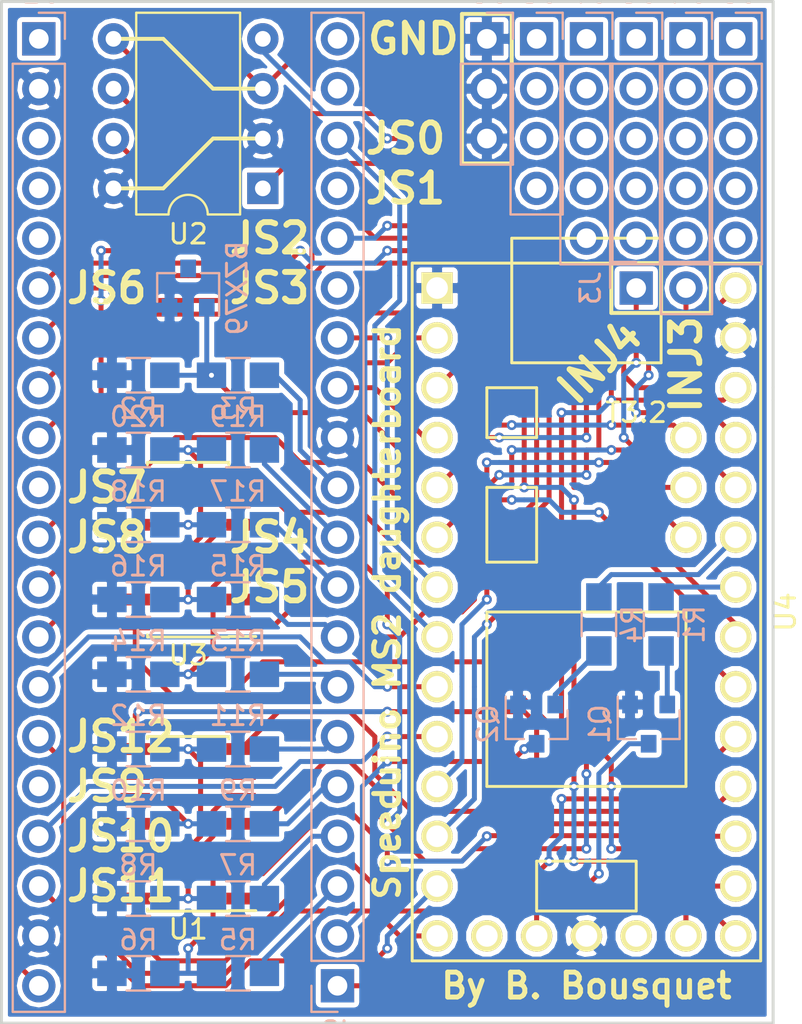
<source format=kicad_pcb>
(kicad_pcb (version 4) (host pcbnew 4.0.7)
  (layers (0 F.Cu signal) (31 B.Cu signal) (36 B.SilkS user hide) (37 F.SilkS user) (38 B.Mask user) (39 F.Mask user) (44 Edge.Cuts user))
  (net 0 "")
  (net 1 +3.3VA)
  (net 2 Earth)
  (net 3 "Net-(J1-Pad1)")
  (net 4 "Net-(J1-Pad3)")
  (net 5 "Net-(J1-Pad4)")
  (net 6 "Net-(J1-Pad5)")
  (net 7 CANH)
  (net 8 IGN1)
  (net 9 IGN2)
  (net 10 ECL)
  (net 11 JS7)
  (net 12 CANL)
  (net 13 TX)
  (net 14 RX)
  (net 15 IRQ0)
  (net 16 JS12)
  (net 17 +12V)
  (net 18 IRQ1)
  (net 19 JS11)
  (net 20 +5V)
  (net 21 "Net-(J2-Pad1)")
  (net 22 "Net-(J2-Pad2)")
  (net 23 AD0)
  (net 24 AD1)
  (net 25 AD2)
  (net 26 AD3)
  (net 27 AD4)
  (net 28 AD5)
  (net 29 AD6)
  (net 30 AD7)
  (net 31 "Net-(J2-Pad11)")
  (net 32 FP)
  (net 33 Idle)
  (net 34 JS3)
  (net 35 JS2)
  (net 36 JS1)
  (net 37 JS0)
  (net 38 "Net-(J2-Pad19)")
  (net 39 "Net-(J2-Pad20)")
  (net 40 "Net-(Q1-Pad2)")
  (net 41 "Net-(Q2-Pad2)")
  (net 42 INJ1)
  (net 43 INJ2)
  (net 44 "Net-(R5-Pad2)")
  (net 45 "Net-(R7-Pad2)")
  (net 46 "Net-(R10-Pad1)")
  (net 47 "Net-(R11-Pad2)")
  (net 48 "Net-(R13-Pad2)")
  (net 49 "Net-(R15-Pad2)")
  (net 50 "Net-(R17-Pad2)")
  (net 51 "Net-(R19-Pad2)")
  (net 52 A0)
  (net 53 +3V3)
  (net 54 A1)
  (net 55 A2)
  (net 56 A3)
  (net 57 "Net-(U2-Pad1)")
  (net 58 "Net-(U2-Pad4)")
  (net 59 A4)
  (net 60 A5)
  (net 61 A6)
  (net 62 A7)
  (net 63 "Net-(U4-Pad18)")
  (net 64 "Net-(U4-Pad15)")
  (net 65 INJ3)
  (net 66 INJ4)
  (net 67 "Net-(J4-Pad2)")
  (net 68 "Net-(J4-Pad3)")
  (net 69 "Net-(J4-Pad4)")
  (net 70 "Net-(J4-Pad5)")
  (net 71 "Net-(J5-Pad2)")
  (net 72 "Net-(J5-Pad3)")
  (net 73 "Net-(J5-Pad4)")
  (net 74 "Net-(J7-Pad2)")
  (net 75 "Net-(J7-Pad3)")
  (net 76 "Net-(J7-Pad4)")
  (net 77 "Net-(J7-Pad5)")
  (net 78 "Net-(J8-Pad2)")
  (net 79 "Net-(J8-Pad3)")
  (net 80 "Net-(J8-Pad4)")
  (net 81 "Net-(J8-Pad5)")
  (net 82 "Net-(J9-Pad2)")
  (net 83 "Net-(J9-Pad3)")
  (net 84 "Net-(J9-Pad4)")
  (net 85 "Net-(J9-Pad5)")
  (net 86 "Net-(J4-Pad1)")
  (net 87 "Net-(J5-Pad1)")
  (net 88 "Net-(J7-Pad1)")
  (net 89 "Net-(J8-Pad1)")
  (net 90 "Net-(J9-Pad1)")
  (module Pin_Headers:Pin_Header_Straight_1x05_Pitch2.54mm (layer B.Cu) (at 180.34 68.58 180)
    (fp_text reference J8 (at 0 2.33 180) (layer B.SilkS) (effects (justify mirror)))
    (fp_text value Conn_01x05_Male)
    (pad 1 thru_hole rect (at 0 0 180) (size 1.7 1.7) (drill 1) (layers *.Cu *.Mask) (net 89 "Net-(J8-Pad1)"))
    (pad 2 thru_hole oval (at 0 -2.54 180) (size 1.7 1.7) (drill 1) (layers *.Cu *.Mask) (net 78 "Net-(J8-Pad2)"))
    (pad 3 thru_hole oval (at 0 -5.08 180) (size 1.7 1.7) (drill 1) (layers *.Cu *.Mask) (net 79 "Net-(J8-Pad3)"))
    (pad 4 thru_hole oval (at 0 -7.62 180) (size 1.7 1.7) (drill 1) (layers *.Cu *.Mask) (net 80 "Net-(J8-Pad4)"))
    (pad 5 thru_hole oval (at 0 -10.16 180) (size 1.7 1.7) (drill 1) (layers *.Cu *.Mask) (net 81 "Net-(J8-Pad5)"))
  )
  (module Housings_SOIC:SOIC-14_3.9x8.7mm_Pitch1.27mm (layer F.Cu) (at 157.48 108.585 180)
    (fp_text reference U1 (at 0 -5.375 180) (layer F.SilkS))
    (fp_text value LMV324)
    (pad 1 smd rect (at -2.7 -3.81 180) (size 1.5 0.6) (layers F.Cu F.Mask) (net 52 A0))
    (pad 2 smd rect (at -2.7 -2.54 180) (size 1.5 0.6) (layers F.Cu F.Mask) (net 52 A0))
    (pad 3 smd rect (at -2.7 -1.27 180) (size 1.5 0.6) (layers F.Cu F.Mask) (net 44 "Net-(R5-Pad2)"))
    (pad 4 smd rect (at -2.7 0 180) (size 1.5 0.6) (layers F.Cu F.Mask) (net 53 +3V3))
    (pad 5 smd rect (at -2.7 1.27 180) (size 1.5 0.6) (layers F.Cu F.Mask) (net 45 "Net-(R7-Pad2)"))
    (pad 6 smd rect (at -2.7 2.54 180) (size 1.5 0.6) (layers F.Cu F.Mask) (net 54 A1))
    (pad 7 smd rect (at -2.7 3.81 180) (size 1.5 0.6) (layers F.Cu F.Mask) (net 54 A1))
    (pad 8 smd rect (at 2.7 3.81 180) (size 1.5 0.6) (layers F.Cu F.Mask) (net 55 A2))
    (pad 9 smd rect (at 2.7 2.54 180) (size 1.5 0.6) (layers F.Cu F.Mask) (net 55 A2))
    (pad 10 smd rect (at 2.7 1.27 180) (size 1.5 0.6) (layers F.Cu F.Mask) (net 46 "Net-(R10-Pad1)"))
    (pad 11 smd rect (at 2.7 0 180) (size 1.5 0.6) (layers F.Cu F.Mask) (net 2 Earth))
    (pad 12 smd rect (at 2.7 -1.27 180) (size 1.5 0.6) (layers F.Cu F.Mask) (net 47 "Net-(R11-Pad2)"))
    (pad 13 smd rect (at 2.7 -2.54 180) (size 1.5 0.6) (layers F.Cu F.Mask) (net 56 A3))
    (pad 14 smd rect (at 2.7 -3.81 180) (size 1.5 0.6) (layers F.Cu F.Mask) (net 56 A3))
  )
  (module Housings_SOIC:SOIC-14_3.9x8.7mm_Pitch1.27mm (layer F.Cu) (at 157.48 94.615 180)
    (fp_text reference U3 (at 0 -5.375 180) (layer F.SilkS))
    (fp_text value LMV324)
    (pad 1 smd rect (at -2.7 -3.81 180) (size 1.5 0.6) (layers F.Cu F.Mask) (net 59 A4))
    (pad 2 smd rect (at -2.7 -2.54 180) (size 1.5 0.6) (layers F.Cu F.Mask) (net 59 A4))
    (pad 3 smd rect (at -2.7 -1.27 180) (size 1.5 0.6) (layers F.Cu F.Mask) (net 48 "Net-(R13-Pad2)"))
    (pad 4 smd rect (at -2.7 0 180) (size 1.5 0.6) (layers F.Cu F.Mask) (net 53 +3V3))
    (pad 5 smd rect (at -2.7 1.27 180) (size 1.5 0.6) (layers F.Cu F.Mask) (net 49 "Net-(R15-Pad2)"))
    (pad 6 smd rect (at -2.7 2.54 180) (size 1.5 0.6) (layers F.Cu F.Mask) (net 60 A5))
    (pad 7 smd rect (at -2.7 3.81 180) (size 1.5 0.6) (layers F.Cu F.Mask) (net 60 A5))
    (pad 8 smd rect (at 2.7 3.81 180) (size 1.5 0.6) (layers F.Cu F.Mask) (net 61 A6))
    (pad 9 smd rect (at 2.7 2.54 180) (size 1.5 0.6) (layers F.Cu F.Mask) (net 61 A6))
    (pad 10 smd rect (at 2.7 1.27 180) (size 1.5 0.6) (layers F.Cu F.Mask) (net 50 "Net-(R17-Pad2)"))
    (pad 11 smd rect (at 2.7 0 180) (size 1.5 0.6) (layers F.Cu F.Mask) (net 2 Earth))
    (pad 12 smd rect (at 2.7 -1.27 180) (size 1.5 0.6) (layers F.Cu F.Mask) (net 51 "Net-(R19-Pad2)"))
    (pad 13 smd rect (at 2.7 -2.54 180) (size 1.5 0.6) (layers F.Cu F.Mask) (net 62 A7))
    (pad 14 smd rect (at 2.7 -3.81 180) (size 1.5 0.6) (layers F.Cu F.Mask) (net 62 A7))
  )
  (module TO_SOT_Packages_SMD:SOT-23 (layer B.Cu) (at 157.48 81.28 90)
    (fp_text reference BZX79 (at 0 2.5 90) (layer B.SilkS) (effects (justify mirror)))
    (fp_text value D_Zener)
    (pad 1 smd rect (at -1 0.95 90) (size 0.9 0.8) (layers B.Cu B.Mask) (net 1 +3.3VA))
    (pad 2 smd rect (at -1 -0.95 90) (size 0.9 0.8) (layers B.Cu B.Mask) (net 2 Earth))
    (pad 3 smd rect (at 1 0 90) (size 0.9 0.8) (layers B.Cu B.Mask))
  )
  (module TO_SOT_Packages_SMD:SOT-23 (layer B.Cu) (at 180.975 103.505 270)
    (fp_text reference Q1 (at 0 2.5 270) (layer B.SilkS) (effects (justify mirror)))
    (fp_text value 2N2219)
    (pad 1 smd rect (at -1 0.95 270) (size 0.9 0.8) (layers B.Cu B.Mask) (net 2 Earth))
    (pad 2 smd rect (at -1 -0.95 270) (size 0.9 0.8) (layers B.Cu B.Mask) (net 40 "Net-(Q1-Pad2)"))
    (pad 3 smd rect (at 1 0 270) (size 0.9 0.8) (layers B.Cu B.Mask) (net 21 "Net-(J2-Pad1)"))
  )
  (module TO_SOT_Packages_SMD:SOT-23 (layer B.Cu) (at 175.26 103.505 270)
    (fp_text reference Q2 (at 0 2.5 270) (layer B.SilkS) (effects (justify mirror)))
    (fp_text value 2N2219)
    (pad 1 smd rect (at -1 0.95 270) (size 0.9 0.8) (layers B.Cu B.Mask) (net 2 Earth))
    (pad 2 smd rect (at -1 -0.95 270) (size 0.9 0.8) (layers B.Cu B.Mask) (net 41 "Net-(Q2-Pad2)"))
    (pad 3 smd rect (at 1 0 270) (size 0.9 0.8) (layers B.Cu B.Mask) (net 22 "Net-(J2-Pad2)"))
  )
  (module Resistors_SMD:R_0805_HandSoldering (layer B.Cu) (at 181.61 98.425 90)
    (fp_text reference R1 (at 0 1.7 90) (layer B.SilkS) (effects (justify mirror)))
    (fp_text value 1k)
    (pad 1 smd rect (at -1.35 0 90) (size 1.5 1.3) (layers B.Cu B.Mask) (net 40 "Net-(Q1-Pad2)"))
    (pad 2 smd rect (at 1.35 0 90) (size 1.5 1.3) (layers B.Cu B.Mask) (net 42 INJ1))
  )
  (module Resistors_SMD:R_0805_HandSoldering (layer B.Cu) (at 154.94 85.725)
    (fp_text reference R2 (at 0 1.7) (layer B.SilkS) (effects (justify mirror)))
    (fp_text value 330k)
    (pad 1 smd rect (at -1.35 0) (size 1.5 1.3) (layers B.Cu B.Mask) (net 2 Earth))
    (pad 2 smd rect (at 1.35 0) (size 1.5 1.3) (layers B.Cu B.Mask) (net 1 +3.3VA))
  )
  (module Resistors_SMD:R_0805_HandSoldering (layer B.Cu) (at 160.02 85.725)
    (fp_text reference R3 (at 0 1.7) (layer B.SilkS) (effects (justify mirror)))
    (fp_text value 180k)
    (pad 1 smd rect (at -1.35 0) (size 1.5 1.3) (layers B.Cu B.Mask) (net 1 +3.3VA))
    (pad 2 smd rect (at 1.35 0) (size 1.5 1.3) (layers B.Cu B.Mask) (net 31 "Net-(J2-Pad11)"))
  )
  (module Resistors_SMD:R_0805_HandSoldering (layer B.Cu) (at 178.435 98.425 90)
    (fp_text reference R4 (at 0 1.7 90) (layer B.SilkS) (effects (justify mirror)))
    (fp_text value 1k)
    (pad 1 smd rect (at -1.35 0 90) (size 1.5 1.3) (layers B.Cu B.Mask) (net 41 "Net-(Q2-Pad2)"))
    (pad 2 smd rect (at 1.35 0 90) (size 1.5 1.3) (layers B.Cu B.Mask) (net 43 INJ2))
  )
  (module Resistors_SMD:R_0805_HandSoldering (layer B.Cu) (at 160.02 116.205 180)
    (fp_text reference R5 (at 0 1.7 180) (layer B.SilkS) (effects (justify mirror)))
    (fp_text value 180k)
    (pad 1 smd rect (at -1.35 0 180) (size 1.5 1.3) (layers B.Cu B.Mask) (net 23 AD0))
    (pad 2 smd rect (at 1.35 0 180) (size 1.5 1.3) (layers B.Cu B.Mask) (net 44 "Net-(R5-Pad2)"))
  )
  (module Resistors_SMD:R_0805_HandSoldering (layer B.Cu) (at 154.94 116.205 180)
    (fp_text reference R6 (at 0 1.7 180) (layer B.SilkS) (effects (justify mirror)))
    (fp_text value 330k)
    (pad 1 smd rect (at -1.35 0 180) (size 1.5 1.3) (layers B.Cu B.Mask) (net 44 "Net-(R5-Pad2)"))
    (pad 2 smd rect (at 1.35 0 180) (size 1.5 1.3) (layers B.Cu B.Mask) (net 2 Earth))
  )
  (module Resistors_SMD:R_0805_HandSoldering (layer B.Cu) (at 160.02 112.395 180)
    (fp_text reference R7 (at 0 1.7 180) (layer B.SilkS) (effects (justify mirror)))
    (fp_text value 180k)
    (pad 1 smd rect (at -1.35 0 180) (size 1.5 1.3) (layers B.Cu B.Mask) (net 24 AD1))
    (pad 2 smd rect (at 1.35 0 180) (size 1.5 1.3) (layers B.Cu B.Mask) (net 45 "Net-(R7-Pad2)"))
  )
  (module Resistors_SMD:R_0805_HandSoldering (layer B.Cu) (at 154.94 112.395 180)
    (fp_text reference R8 (at 0 1.7 180) (layer B.SilkS) (effects (justify mirror)))
    (fp_text value 330k)
    (pad 1 smd rect (at -1.35 0 180) (size 1.5 1.3) (layers B.Cu B.Mask) (net 45 "Net-(R7-Pad2)"))
    (pad 2 smd rect (at 1.35 0 180) (size 1.5 1.3) (layers B.Cu B.Mask) (net 2 Earth))
  )
  (module Resistors_SMD:R_0805_HandSoldering (layer B.Cu) (at 160.02 108.585 180)
    (fp_text reference R9 (at 0 1.7 180) (layer B.SilkS) (effects (justify mirror)))
    (fp_text value 180k)
    (pad 1 smd rect (at -1.35 0 180) (size 1.5 1.3) (layers B.Cu B.Mask) (net 25 AD2))
    (pad 2 smd rect (at 1.35 0 180) (size 1.5 1.3) (layers B.Cu B.Mask) (net 46 "Net-(R10-Pad1)"))
  )
  (module Resistors_SMD:R_0805_HandSoldering (layer B.Cu) (at 154.94 108.585 180)
    (fp_text reference R10 (at 0 1.7 180) (layer B.SilkS) (effects (justify mirror)))
    (fp_text value 330k)
    (pad 1 smd rect (at -1.35 0 180) (size 1.5 1.3) (layers B.Cu B.Mask) (net 46 "Net-(R10-Pad1)"))
    (pad 2 smd rect (at 1.35 0 180) (size 1.5 1.3) (layers B.Cu B.Mask) (net 2 Earth))
  )
  (module Resistors_SMD:R_0805_HandSoldering (layer B.Cu) (at 160.02 104.775 180)
    (fp_text reference R11 (at 0 1.7 180) (layer B.SilkS) (effects (justify mirror)))
    (fp_text value 180k)
    (pad 1 smd rect (at -1.35 0 180) (size 1.5 1.3) (layers B.Cu B.Mask) (net 26 AD3))
    (pad 2 smd rect (at 1.35 0 180) (size 1.5 1.3) (layers B.Cu B.Mask) (net 47 "Net-(R11-Pad2)"))
  )
  (module Resistors_SMD:R_0805_HandSoldering (layer B.Cu) (at 154.94 104.775 180)
    (fp_text reference R12 (at 0 1.7 180) (layer B.SilkS) (effects (justify mirror)))
    (fp_text value 330k)
    (pad 1 smd rect (at -1.35 0 180) (size 1.5 1.3) (layers B.Cu B.Mask) (net 47 "Net-(R11-Pad2)"))
    (pad 2 smd rect (at 1.35 0 180) (size 1.5 1.3) (layers B.Cu B.Mask) (net 2 Earth))
  )
  (module Resistors_SMD:R_0805_HandSoldering (layer B.Cu) (at 160.02 100.965 180)
    (fp_text reference R13 (at 0 1.7 180) (layer B.SilkS) (effects (justify mirror)))
    (fp_text value 180k)
    (pad 1 smd rect (at -1.35 0 180) (size 1.5 1.3) (layers B.Cu B.Mask) (net 27 AD4))
    (pad 2 smd rect (at 1.35 0 180) (size 1.5 1.3) (layers B.Cu B.Mask) (net 48 "Net-(R13-Pad2)"))
  )
  (module Resistors_SMD:R_0805_HandSoldering (layer B.Cu) (at 154.94 100.965 180)
    (fp_text reference R14 (at 0 1.7 180) (layer B.SilkS) (effects (justify mirror)))
    (fp_text value 330k)
    (pad 1 smd rect (at -1.35 0 180) (size 1.5 1.3) (layers B.Cu B.Mask) (net 48 "Net-(R13-Pad2)"))
    (pad 2 smd rect (at 1.35 0 180) (size 1.5 1.3) (layers B.Cu B.Mask) (net 2 Earth))
  )
  (module Resistors_SMD:R_0805_HandSoldering (layer B.Cu) (at 160.02 97.155 180)
    (fp_text reference R15 (at 0 1.7 180) (layer B.SilkS) (effects (justify mirror)))
    (fp_text value 180k)
    (pad 1 smd rect (at -1.35 0 180) (size 1.5 1.3) (layers B.Cu B.Mask) (net 28 AD5))
    (pad 2 smd rect (at 1.35 0 180) (size 1.5 1.3) (layers B.Cu B.Mask) (net 49 "Net-(R15-Pad2)"))
  )
  (module Resistors_SMD:R_0805_HandSoldering (layer B.Cu) (at 154.94 97.155 180)
    (fp_text reference R16 (at 0 1.7 180) (layer B.SilkS) (effects (justify mirror)))
    (fp_text value 330k)
    (pad 1 smd rect (at -1.35 0 180) (size 1.5 1.3) (layers B.Cu B.Mask) (net 49 "Net-(R15-Pad2)"))
    (pad 2 smd rect (at 1.35 0 180) (size 1.5 1.3) (layers B.Cu B.Mask) (net 2 Earth))
  )
  (module Resistors_SMD:R_0805_HandSoldering (layer B.Cu) (at 160.02 93.345 180)
    (fp_text reference R17 (at 0 1.7 180) (layer B.SilkS) (effects (justify mirror)))
    (fp_text value 180k)
    (pad 1 smd rect (at -1.35 0 180) (size 1.5 1.3) (layers B.Cu B.Mask) (net 29 AD6))
    (pad 2 smd rect (at 1.35 0 180) (size 1.5 1.3) (layers B.Cu B.Mask) (net 50 "Net-(R17-Pad2)"))
  )
  (module Resistors_SMD:R_0805_HandSoldering (layer B.Cu) (at 154.94 93.345 180)
    (fp_text reference R18 (at 0 1.7 180) (layer B.SilkS) (effects (justify mirror)))
    (fp_text value 330k)
    (pad 1 smd rect (at -1.35 0 180) (size 1.5 1.3) (layers B.Cu B.Mask) (net 50 "Net-(R17-Pad2)"))
    (pad 2 smd rect (at 1.35 0 180) (size 1.5 1.3) (layers B.Cu B.Mask) (net 2 Earth))
  )
  (module Resistors_SMD:R_0805_HandSoldering (layer B.Cu) (at 160.02 89.535 180)
    (fp_text reference R19 (at 0 1.7 180) (layer B.SilkS) (effects (justify mirror)))
    (fp_text value 180k)
    (pad 1 smd rect (at -1.35 0 180) (size 1.5 1.3) (layers B.Cu B.Mask) (net 30 AD7))
    (pad 2 smd rect (at 1.35 0 180) (size 1.5 1.3) (layers B.Cu B.Mask) (net 51 "Net-(R19-Pad2)"))
  )
  (module Resistors_SMD:R_0805_HandSoldering (layer B.Cu) (at 154.94 89.535 180)
    (fp_text reference R20 (at 0 1.7 180) (layer B.SilkS) (effects (justify mirror)))
    (fp_text value 330k)
    (pad 1 smd rect (at -1.35 0 180) (size 1.5 1.3) (layers B.Cu B.Mask) (net 51 "Net-(R19-Pad2)"))
    (pad 2 smd rect (at 1.35 0 180) (size 1.5 1.3) (layers B.Cu B.Mask) (net 2 Earth))
  )
  (module Housings_DIP:DIP-8_W7.62mm (layer F.Cu) (at 161.29 76.2 180)
    (fp_text reference U2 (at 3.81 -2.33 180) (layer F.SilkS))
    (fp_text value MCP2562-E/P)
    (pad 1 thru_hole rect (at 0 0 180) (size 1.6 1.6) (drill 0.8) (layers *.Cu *.Mask) (net 57 "Net-(U2-Pad1)"))
    (pad 5 thru_hole oval (at 7.62 7.62 180) (size 1.6 1.6) (drill 0.8) (layers *.Cu *.Mask) (net 53 +3V3))
    (pad 2 thru_hole oval (at 0 2.54 225) (size 1.6 1.6) (drill 0.8) (layers *.Cu *.Mask) (net 2 Earth))
    (pad 6 thru_hole oval (at 7.62 5.08 180) (size 1.6 1.6) (drill 0.8) (layers *.Cu *.Mask) (net 12 CANL))
    (pad 3 thru_hole oval (at 0 5.08 180) (size 1.6 1.6) (drill 0.8) (layers *.Cu *.Mask) (net 20 +5V))
    (pad 7 thru_hole oval (at 7.62 2.54 180) (size 1.6 1.6) (drill 0.8) (layers *.Cu *.Mask) (net 7 CANH))
    (pad 4 thru_hole oval (at 0 7.62 180) (size 1.6 1.6) (drill 0.8) (layers *.Cu *.Mask) (net 58 "Net-(U2-Pad4)"))
    (pad 8 thru_hole oval (at 7.62 0 225) (size 1.6 1.6) (drill 0.8) (layers *.Cu *.Mask) (net 2 Earth))
  )
  (module Pin_Headers:Pin_Header_Straight_1x05_Pitch2.54mm (layer B.Cu) (at 182.88 68.58 180)
    (fp_text reference J4 (at 0 2.33 180) (layer B.SilkS) (effects (justify mirror)))
    (fp_text value Conn_01x05_Male)
    (pad 1 thru_hole rect (at 0 0 180) (size 1.7 1.7) (drill 1) (layers *.Cu *.Mask) (net 86 "Net-(J4-Pad1)"))
    (pad 2 thru_hole oval (at 0 -2.54 180) (size 1.7 1.7) (drill 1) (layers *.Cu *.Mask) (net 67 "Net-(J4-Pad2)"))
    (pad 3 thru_hole oval (at 0 -5.08 180) (size 1.7 1.7) (drill 1) (layers *.Cu *.Mask) (net 68 "Net-(J4-Pad3)"))
    (pad 4 thru_hole oval (at 0 -7.62 180) (size 1.7 1.7) (drill 1) (layers *.Cu *.Mask) (net 69 "Net-(J4-Pad4)"))
    (pad 5 thru_hole oval (at 0 -10.16 180) (size 1.7 1.7) (drill 1) (layers *.Cu *.Mask) (net 70 "Net-(J4-Pad5)"))
  )
  (module Pin_Headers:Pin_Header_Straight_1x04_Pitch2.54mm (layer B.Cu) (at 175.26 68.58 180)
    (fp_text reference J5 (at 0 2.33 180) (layer B.SilkS) (effects (justify mirror)))
    (fp_text value Conn_01x04_Male)
    (pad 1 thru_hole rect (at 0 0 180) (size 1.7 1.7) (drill 1) (layers *.Cu *.Mask) (net 87 "Net-(J5-Pad1)"))
    (pad 2 thru_hole oval (at 0 -2.54 180) (size 1.7 1.7) (drill 1) (layers *.Cu *.Mask) (net 71 "Net-(J5-Pad2)"))
    (pad 3 thru_hole oval (at 0 -5.08 180) (size 1.7 1.7) (drill 1) (layers *.Cu *.Mask) (net 72 "Net-(J5-Pad3)"))
    (pad 4 thru_hole oval (at 0 -7.62 180) (size 1.7 1.7) (drill 1) (layers *.Cu *.Mask) (net 73 "Net-(J5-Pad4)"))
  )
  (module Pin_Headers:Pin_Header_Straight_1x03_Pitch2.54mm (layer B.Cu) (at 172.72 68.58 180)
    (fp_text reference J6 (at 0 2.33 180) (layer B.SilkS) (effects (justify mirror)))
    (fp_text value Conn_01x03_Male)
    (pad 1 thru_hole rect (at 0 0 180) (size 1.7 1.7) (drill 1) (layers *.Cu *.Mask) (net 2 Earth))
    (pad 2 thru_hole oval (at 0 -2.54 180) (size 1.7 1.7) (drill 1) (layers *.Cu *.Mask) (net 2 Earth))
    (pad 3 thru_hole oval (at 0 -5.08 180) (size 1.7 1.7) (drill 1) (layers *.Cu *.Mask) (net 2 Earth))
  )
  (module Pin_Headers:Pin_Header_Straight_1x05_Pitch2.54mm (layer B.Cu) (at 177.8 68.58 180)
    (fp_text reference J7 (at 0 2.33 180) (layer B.SilkS) (effects (justify mirror)))
    (fp_text value Conn_01x05_Male)
    (pad 1 thru_hole rect (at 0 0 180) (size 1.7 1.7) (drill 1) (layers *.Cu *.Mask) (net 88 "Net-(J7-Pad1)"))
    (pad 2 thru_hole oval (at 0 -2.54 180) (size 1.7 1.7) (drill 1) (layers *.Cu *.Mask) (net 74 "Net-(J7-Pad2)"))
    (pad 3 thru_hole oval (at 0 -5.08 180) (size 1.7 1.7) (drill 1) (layers *.Cu *.Mask) (net 75 "Net-(J7-Pad3)"))
    (pad 4 thru_hole oval (at 0 -7.62 180) (size 1.7 1.7) (drill 1) (layers *.Cu *.Mask) (net 76 "Net-(J7-Pad4)"))
    (pad 5 thru_hole oval (at 0 -10.16 180) (size 1.7 1.7) (drill 1) (layers *.Cu *.Mask) (net 77 "Net-(J7-Pad5)"))
  )
  (module Pin_Headers:Pin_Header_Straight_1x05_Pitch2.54mm (layer B.Cu) (at 185.42 68.58 180)
    (fp_text reference J9 (at 0 2.33 180) (layer B.SilkS) (effects (justify mirror)))
    (fp_text value Conn_01x05_Male)
    (pad 1 thru_hole rect (at 0 0 180) (size 1.7 1.7) (drill 1) (layers *.Cu *.Mask) (net 90 "Net-(J9-Pad1)"))
    (pad 2 thru_hole oval (at 0 -2.54 180) (size 1.7 1.7) (drill 1) (layers *.Cu *.Mask) (net 82 "Net-(J9-Pad2)"))
    (pad 3 thru_hole oval (at 0 -5.08 180) (size 1.7 1.7) (drill 1) (layers *.Cu *.Mask) (net 83 "Net-(J9-Pad3)"))
    (pad 4 thru_hole oval (at 0 -7.62 180) (size 1.7 1.7) (drill 1) (layers *.Cu *.Mask) (net 84 "Net-(J9-Pad4)"))
    (pad 5 thru_hole oval (at 0 -10.16 180) (size 1.7 1.7) (drill 1) (layers *.Cu *.Mask) (net 85 "Net-(J9-Pad5)"))
  )
  (module Pin_Headers:Pin_Header_Straight_1x20_Pitch2.54mm (layer B.Cu) (at 149.86 68.58 180)
    (fp_text reference J1 (at 0 2.33 180) (layer B.SilkS) (effects (justify mirror)))
    (fp_text value Conn_01x20_Female)
    (pad 1 thru_hole rect (at 0 0 180) (size 1.7 1.7) (drill 1) (layers *.Cu *.Mask) (net 3 "Net-(J1-Pad1)"))
    (pad 2 thru_hole oval (at 0 -2.54 135) (size 1.7 1.7) (drill 1) (layers *.Cu *.Mask) (net 2 Earth))
    (pad 3 thru_hole oval (at 0 -5.08 180) (size 1.7 1.7) (drill 1) (layers *.Cu *.Mask) (net 4 "Net-(J1-Pad3)"))
    (pad 4 thru_hole oval (at 0 -7.62 180) (size 1.7 1.7) (drill 1) (layers *.Cu *.Mask) (net 5 "Net-(J1-Pad4)"))
    (pad 5 thru_hole oval (at 0 -10.16 180) (size 1.7 1.7) (drill 1) (layers *.Cu *.Mask) (net 6 "Net-(J1-Pad5)"))
    (pad 6 thru_hole oval (at 0 -12.7 180) (size 1.7 1.7) (drill 1) (layers *.Cu *.Mask) (net 7 CANH))
    (pad 7 thru_hole oval (at 0 -15.24 180) (size 1.7 1.7) (drill 1) (layers *.Cu *.Mask) (net 8 IGN1))
    (pad 8 thru_hole oval (at 0 -17.78 180) (size 1.7 1.7) (drill 1) (layers *.Cu *.Mask) (net 9 IGN2))
    (pad 9 thru_hole oval (at 0 -20.32 180) (size 1.7 1.7) (drill 1) (layers *.Cu *.Mask) (net 10 ECL))
    (pad 10 thru_hole oval (at 0 -22.86 180) (size 1.7 1.7) (drill 1) (layers *.Cu *.Mask) (net 11 JS7))
    (pad 11 thru_hole oval (at 0 -25.4 180) (size 1.7 1.7) (drill 1) (layers *.Cu *.Mask) (net 12 CANL))
    (pad 12 thru_hole oval (at 0 -27.94 180) (size 1.7 1.7) (drill 1) (layers *.Cu *.Mask) (net 13 TX))
    (pad 13 thru_hole oval (at 0 -30.48 180) (size 1.7 1.7) (drill 1) (layers *.Cu *.Mask) (net 14 RX))
    (pad 14 thru_hole oval (at 0 -33.02 180) (size 1.7 1.7) (drill 1) (layers *.Cu *.Mask) (net 15 IRQ0))
    (pad 15 thru_hole oval (at 0 -35.56 180) (size 1.7 1.7) (drill 1) (layers *.Cu *.Mask) (net 16 JS12))
    (pad 16 thru_hole oval (at 0 -38.1 180) (size 1.7 1.7) (drill 1) (layers *.Cu *.Mask) (net 17 +12V))
    (pad 17 thru_hole oval (at 0 -40.64 180) (size 1.7 1.7) (drill 1) (layers *.Cu *.Mask) (net 18 IRQ1))
    (pad 18 thru_hole oval (at 0 -43.18 180) (size 1.7 1.7) (drill 1) (layers *.Cu *.Mask) (net 19 JS11))
    (pad 19 thru_hole oval (at 0 -45.72 135) (size 1.7 1.7) (drill 1) (layers *.Cu *.Mask) (net 2 Earth))
    (pad 20 thru_hole oval (at 0 -48.26 180) (size 1.7 1.7) (drill 1) (layers *.Cu *.Mask) (net 20 +5V))
  )
  (module Pin_Headers:Pin_Header_Straight_1x20_Pitch2.54mm (layer B.Cu) (at 165.1 116.84)
    (fp_text reference J2 (at 0 2.33) (layer B.SilkS) (effects (justify mirror)))
    (fp_text value Conn_01x20_Female)
    (pad 1 thru_hole rect (at 0 0) (size 1.7 1.7) (drill 1) (layers *.Cu *.Mask) (net 21 "Net-(J2-Pad1)"))
    (pad 2 thru_hole oval (at 0 -2.54) (size 1.7 1.7) (drill 1) (layers *.Cu *.Mask) (net 22 "Net-(J2-Pad2)"))
    (pad 3 thru_hole oval (at 0 -5.08) (size 1.7 1.7) (drill 1) (layers *.Cu *.Mask) (net 23 AD0))
    (pad 4 thru_hole oval (at 0 -7.62) (size 1.7 1.7) (drill 1) (layers *.Cu *.Mask) (net 24 AD1))
    (pad 5 thru_hole oval (at 0 -10.16) (size 1.7 1.7) (drill 1) (layers *.Cu *.Mask) (net 25 AD2))
    (pad 6 thru_hole oval (at 0 -12.7) (size 1.7 1.7) (drill 1) (layers *.Cu *.Mask) (net 26 AD3))
    (pad 7 thru_hole oval (at 0 -15.24) (size 1.7 1.7) (drill 1) (layers *.Cu *.Mask) (net 27 AD4))
    (pad 8 thru_hole oval (at 0 -17.78) (size 1.7 1.7) (drill 1) (layers *.Cu *.Mask) (net 28 AD5))
    (pad 9 thru_hole oval (at 0 -20.32) (size 1.7 1.7) (drill 1) (layers *.Cu *.Mask) (net 29 AD6))
    (pad 10 thru_hole oval (at 0 -22.86) (size 1.7 1.7) (drill 1) (layers *.Cu *.Mask) (net 30 AD7))
    (pad 11 thru_hole oval (at 0 -25.4) (size 1.7 1.7) (drill 1) (layers *.Cu *.Mask) (net 31 "Net-(J2-Pad11)"))
    (pad 12 thru_hole oval (at 0 -27.94 315) (size 1.7 1.7) (drill 1) (layers *.Cu *.Mask) (net 2 Earth))
    (pad 13 thru_hole oval (at 0 -30.48) (size 1.7 1.7) (drill 1) (layers *.Cu *.Mask) (net 32 FP))
    (pad 14 thru_hole oval (at 0 -33.02) (size 1.7 1.7) (drill 1) (layers *.Cu *.Mask) (net 33 Idle))
    (pad 15 thru_hole oval (at 0 -35.56) (size 1.7 1.7) (drill 1) (layers *.Cu *.Mask) (net 34 JS3))
    (pad 16 thru_hole oval (at 0 -38.1) (size 1.7 1.7) (drill 1) (layers *.Cu *.Mask) (net 35 JS2))
    (pad 17 thru_hole oval (at 0 -40.64) (size 1.7 1.7) (drill 1) (layers *.Cu *.Mask) (net 36 JS1))
    (pad 18 thru_hole oval (at 0 -43.18) (size 1.7 1.7) (drill 1) (layers *.Cu *.Mask) (net 37 JS0))
    (pad 19 thru_hole oval (at 0 -45.72) (size 1.7 1.7) (drill 1) (layers *.Cu *.Mask) (net 38 "Net-(J2-Pad19)"))
    (pad 20 thru_hole oval (at 0 -48.26) (size 1.7 1.7) (drill 1) (layers *.Cu *.Mask) (net 39 "Net-(J2-Pad20)"))
  )
  (module Pin_Headers:Pin_Header_Straight_1x02_Pitch2.54mm (layer B.Cu) (at 180.34 81.28 270)
    (fp_text reference J3 (at 0 2.33 270) (layer B.SilkS) (effects (justify mirror)))
    (fp_text value Conn_01x02_Female)
    (pad 1 thru_hole rect (at 0 0 270) (size 1.7 1.7) (drill 1) (layers *.Cu *.Mask) (net 65 INJ3))
    (pad 2 thru_hole oval (at 0 -2.54 270) (size 1.7 1.7) (drill 1) (layers *.Cu *.Mask) (net 66 INJ4))
  )
  (module teensy:Teensy32 (layer F.Cu) (at 177.8 97.79 270)
    (fp_text reference U4 (at 0 -10.16 270) (layer F.SilkS))
    (fp_text value Teensy3.2)
    (fp_text user T3.2 (at -10.16 -2.54 360) (layer F.SilkS))
    (pad 17 thru_hole circle (at 16.51 0 270) (size 1.6 1.6) (drill 1.1) (layers *.Cu *.Mask F.SilkS) (net 2 Earth))
    (pad 18 thru_hole circle (at 16.51 -2.54 270) (size 1.6 1.6) (drill 1.1) (layers *.Cu *.Mask F.SilkS) (net 63 "Net-(U4-Pad18)"))
    (pad 19 thru_hole circle (at 16.51 -5.08 270) (size 1.6 1.6) (drill 1.1) (layers *.Cu *.Mask F.SilkS) (net 62 A7))
    (pad 20 thru_hole circle (at 16.51 -7.62 270) (size 1.6 1.6) (drill 1.1) (layers *.Cu *.Mask F.SilkS) (net 10 ECL))
    (pad 16 thru_hole circle (at 16.51 2.54 270) (size 1.6 1.6) (drill 1.1) (layers *.Cu *.Mask F.SilkS) (net 53 +3V3))
    (pad 15 thru_hole circle (at 16.51 5.08 270) (size 1.6 1.6) (drill 1.1) (layers *.Cu *.Mask F.SilkS) (net 64 "Net-(U4-Pad15)"))
    (pad 14 thru_hole circle (at 16.51 7.62 270) (size 1.6 1.6) (drill 1.1) (layers *.Cu *.Mask F.SilkS) (net 16 JS12))
    (pad 21 thru_hole circle (at 13.97 -7.62 270) (size 1.6 1.6) (drill 1.1) (layers *.Cu *.Mask F.SilkS) (net 52 A0))
    (pad 22 thru_hole circle (at 11.43 -7.62 270) (size 1.6 1.6) (drill 1.1) (layers *.Cu *.Mask F.SilkS) (net 54 A1))
    (pad 23 thru_hole circle (at 8.89 -7.62 270) (size 1.6 1.6) (drill 1.1) (layers *.Cu *.Mask F.SilkS) (net 55 A2))
    (pad 24 thru_hole circle (at 6.35 -7.62 270) (size 1.6 1.6) (drill 1.1) (layers *.Cu *.Mask F.SilkS) (net 56 A3))
    (pad 25 thru_hole circle (at 3.81 -7.62 270) (size 1.6 1.6) (drill 1.1) (layers *.Cu *.Mask F.SilkS) (net 59 A4))
    (pad 26 thru_hole circle (at 1.27 -7.62 270) (size 1.6 1.6) (drill 1.1) (layers *.Cu *.Mask F.SilkS) (net 35 JS2))
    (pad 27 thru_hole circle (at -1.27 -7.62 270) (size 1.6 1.6) (drill 1.1) (layers *.Cu *.Mask F.SilkS) (net 42 INJ1))
    (pad 28 thru_hole circle (at -3.81 -7.62 270) (size 1.6 1.6) (drill 1.1) (layers *.Cu *.Mask F.SilkS) (net 43 INJ2))
    (pad 29 thru_hole circle (at -6.35 -7.62 270) (size 1.6 1.6) (drill 1.1) (layers *.Cu *.Mask F.SilkS) (net 65 INJ3))
    (pad 30 thru_hole circle (at -8.89 -7.62 270) (size 1.6 1.6) (drill 1.1) (layers *.Cu *.Mask F.SilkS) (net 66 INJ4))
    (pad 31 thru_hole circle (at -11.43 -7.62 270) (size 1.6 1.6) (drill 1.1) (layers *.Cu *.Mask F.SilkS) (net 53 +3V3))
    (pad 32 thru_hole circle (at -13.97 -7.62 270) (size 1.6 1.6) (drill 1.1) (layers *.Cu *.Mask F.SilkS) (net 2 Earth))
    (pad 33 thru_hole circle (at -16.51 -7.62 270) (size 1.6 1.6) (drill 1.1) (layers *.Cu *.Mask F.SilkS) (net 20 +5V))
    (pad 35 thru_hole circle (at -8.89 -5.08 270) (size 1.6 1.6) (drill 1.1) (layers *.Cu *.Mask F.SilkS) (net 1 +3.3VA))
    (pad 36 thru_hole circle (at -6.35 -5.08 270) (size 1.6 1.6) (drill 1.1) (layers *.Cu *.Mask F.SilkS) (net 60 A5))
    (pad 37 thru_hole circle (at -3.81 -5.08 270) (size 1.6 1.6) (drill 1.1) (layers *.Cu *.Mask F.SilkS) (net 61 A6))
    (pad 13 thru_hole circle (at 13.97 7.62 270) (size 1.6 1.6) (drill 1.1) (layers *.Cu *.Mask F.SilkS) (net 19 JS11))
    (pad 12 thru_hole circle (at 11.43 7.62 270) (size 1.6 1.6) (drill 1.1) (layers *.Cu *.Mask F.SilkS) (net 9 IGN2))
    (pad 11 thru_hole circle (at 8.89 7.62 270) (size 1.6 1.6) (drill 1.1) (layers *.Cu *.Mask F.SilkS) (net 8 IGN1))
    (pad 10 thru_hole circle (at 6.35 7.62 270) (size 1.6 1.6) (drill 1.1) (layers *.Cu *.Mask F.SilkS) (net 18 IRQ1))
    (pad 9 thru_hole circle (at 3.81 7.62 270) (size 1.6 1.6) (drill 1.1) (layers *.Cu *.Mask F.SilkS) (net 15 IRQ0))
    (pad 8 thru_hole circle (at 1.27 7.62 270) (size 1.6 1.6) (drill 1.1) (layers *.Cu *.Mask F.SilkS) (net 37 JS0))
    (pad 7 thru_hole circle (at -1.27 7.62 270) (size 1.6 1.6) (drill 1.1) (layers *.Cu *.Mask F.SilkS) (net 33 Idle))
    (pad 6 thru_hole circle (at -3.81 7.62 270) (size 1.6 1.6) (drill 1.1) (layers *.Cu *.Mask F.SilkS) (net 58 "Net-(U2-Pad4)"))
    (pad 5 thru_hole circle (at -6.35 7.62 270) (size 1.6 1.6) (drill 1.1) (layers *.Cu *.Mask F.SilkS) (net 57 "Net-(U2-Pad1)"))
    (pad 4 thru_hole circle (at -8.89 7.62 270) (size 1.6 1.6) (drill 1.1) (layers *.Cu *.Mask F.SilkS) (net 32 FP))
    (pad 3 thru_hole circle (at -11.43 7.62 270) (size 1.6 1.6) (drill 1.1) (layers *.Cu *.Mask F.SilkS) (net 13 TX))
    (pad 2 thru_hole circle (at -13.97 7.62 270) (size 1.6 1.6) (drill 1.1) (layers *.Cu *.Mask F.SilkS) (net 14 RX))
    (pad 1 thru_hole rect (at -16.51 7.62 270) (size 1.6 1.6) (drill 1.1) (layers *.Cu *.Mask F.SilkS) (net 2 Earth))
  )
  (gr_line (start 187.325 66.675) (end 187.325 86.36) (angle 90) (layer Edge.Cuts) (width 0.15))
  (gr_line (start 147.955 66.675) (end 187.325 66.675) (angle 90) (layer Edge.Cuts) (width 0.15))
  (gr_line (start 147.955 118.745) (end 147.955 66.675) (angle 90) (layer Edge.Cuts) (width 0.15))
  (gr_line (start 186.69 118.745) (end 147.955 118.745) (angle 90) (layer Edge.Cuts) (width 0.15))
  (gr_line (start 181.61 80.01) (end 181.61 82.55) (angle 90) (layer F.SilkS) (width 0.2))
  (gr_line (start 179.07 80.01) (end 181.61 80.01) (angle 90) (layer F.SilkS) (width 0.2))
  (gr_line (start 184.15 80.01) (end 179.07 80.01) (angle 90) (layer F.SilkS) (width 0.2))
  (gr_line (start 184.15 82.55) (end 184.15 80.01) (angle 90) (layer F.SilkS) (width 0.2))
  (gr_line (start 179.07 82.55) (end 184.15 82.55) (angle 90) (layer F.SilkS) (width 0.2))
  (gr_line (start 179.07 80.01) (end 179.07 82.55) (angle 90) (layer F.SilkS) (width 0.2))
  (gr_line (start 171.45 74.93) (end 171.45 69.85) (angle 90) (layer F.SilkS) (width 0.2))
  (gr_line (start 173.99 74.93) (end 171.45 74.93) (angle 90) (layer F.SilkS) (width 0.2))
  (gr_line (start 173.99 67.31) (end 173.99 74.93) (angle 90) (layer F.SilkS) (width 0.2))
  (gr_line (start 171.45 67.31) (end 173.99 67.31) (angle 90) (layer F.SilkS) (width 0.2))
  (gr_text "By B. Bousquet" (at 177.8 116.84) (layer F.SilkS) (effects (font (size 1.27 1.27) (thickness 0.254))))
  (gr_text "Speeduino MS2 daughterboard" (at 167.64 97.79 90) (layer F.SilkS) (effects (font (size 1.27 1.27) (thickness 0.254))))
  (gr_line (start 171.45 67.31) (end 171.45 69.85) (angle 90) (layer F.SilkS) (width 0.2))
  (gr_text GND (at 171.45 68.58) (layer F.SilkS) (effects (font (size 1.5 1.5) (thickness 0.3)) (justify right)))
  (gr_text INJ4 (at 180.34 83.185 45) (layer F.SilkS) (effects (font (size 1.5 1.5) (thickness 0.3)) (justify right)))
  (gr_text INJ3 (at 182.88 82.55 90) (layer F.SilkS) (effects (font (size 1.5 1.5) (thickness 0.3)) (justify right)))
  (gr_line (start 158.75 73.66) (end 161.29 73.66) (angle 90) (layer F.SilkS) (width 0.2))
  (gr_line (start 156.21 76.2) (end 158.75 73.66) (angle 90) (layer F.SilkS) (width 0.2))
  (gr_line (start 153.67 76.2) (end 156.21 76.2) (angle 90) (layer F.SilkS) (width 0.2))
  (gr_line (start 158.75 71.12) (end 161.29 71.12) (angle 90) (layer F.SilkS) (width 0.2))
  (gr_line (start 156.21 68.58) (end 158.75 71.12) (angle 90) (layer F.SilkS) (width 0.2))
  (gr_line (start 153.67 68.58) (end 156.21 68.58) (angle 90) (layer F.SilkS) (width 0.2))
  (gr_text JS4 (at 163.83 93.98) (layer F.SilkS) (effects (font (size 1.5 1.5) (thickness 0.3)) (justify right)))
  (gr_text JS5 (at 163.83 96.52) (layer F.SilkS) (effects (font (size 1.5 1.5) (thickness 0.3)) (justify right)))
  (gr_text JS3 (at 163.83 81.28) (layer F.SilkS) (effects (font (size 1.5 1.5) (thickness 0.3)) (justify right)))
  (gr_text JS2 (at 163.83 78.74) (layer F.SilkS) (effects (font (size 1.5 1.5) (thickness 0.3)) (justify right)))
  (gr_text JS1 (at 166.37 76.2) (layer F.SilkS) (effects (font (size 1.5 1.5) (thickness 0.3)) (justify left)))
  (gr_text JS0 (at 166.37 73.66) (layer F.SilkS) (effects (font (size 1.5 1.5) (thickness 0.3)) (justify left)))
  (gr_text JS12 (at 151.13 104.14) (layer F.SilkS) (effects (font (size 1.5 1.5) (thickness 0.3)) (justify left)))
  (gr_text JS11 (at 151.13 111.76) (layer F.SilkS) (effects (font (size 1.5 1.5) (thickness 0.3)) (justify left)))
  (gr_text JS10 (at 151.13 109.22) (layer F.SilkS) (effects (font (size 1.5 1.5) (thickness 0.3)) (justify left)))
  (gr_text JS9 (at 151.13 106.68) (layer F.SilkS) (effects (font (size 1.5 1.5) (thickness 0.3)) (justify left)))
  (gr_text JS8 (at 151.13 93.98) (layer F.SilkS) (effects (font (size 1.5 1.5) (thickness 0.3)) (justify left)))
  (gr_text JS7 (at 151.13 91.44) (layer F.SilkS) (effects (font (size 1.5 1.5) (thickness 0.3)) (justify left)))
  (gr_text JS6 (at 151.13 81.28) (layer F.SilkS) (effects (font (size 1.5 1.5) (thickness 0.3)) (justify left)))
  (gr_line (start 187.325 118.745) (end 186.69 118.745) (angle 90) (layer Edge.Cuts) (width 0.15))
  (gr_line (start 187.325 86.995) (end 187.325 118.745) (angle 90) (layer Edge.Cuts) (width 0.15))
  (gr_line (start 187.325 86.36) (end 187.325 86.995) (angle 90) (layer Edge.Cuts) (width 0.15))
  (via (at 179.07 88.265) (size 0.508) (drill 0.254) (layers F.Cu B.Cu) (net 1))
  (segment (start 179.07 88.265) (end 179.705 88.265) (width 0.254) (layer F.Cu) (net 1))
  (segment (start 174.625 88.265) (end 173.99 88.265) (width 0.254) (layer B.Cu) (net 1))
  (via (at 173.99 88.265) (size 0.508) (drill 0.254) (layers F.Cu B.Cu) (net 1))
  (segment (start 173.355 88.265) (end 172.72 88.265) (width 0.254) (layer F.Cu) (net 1))
  (segment (start 173.355 88.265) (end 173.99 88.265) (width 0.254) (layer F.Cu) (net 1))
  (segment (start 160.655 87.63) (end 160.575 87.63) (width 0.254) (layer F.Cu) (net 1))
  (segment (start 160.575 87.63) (end 158.67 85.725) (width 0.254) (layer F.Cu) (net 1))
  (segment (start 165.735 87.63) (end 166.37 87.63) (width 0.254) (layer F.Cu) (net 1))
  (segment (start 166.37 87.63) (end 168.91 90.17) (width 0.254) (layer F.Cu) (net 1))
  (segment (start 168.91 90.17) (end 170.815 90.17) (width 0.254) (layer F.Cu) (net 1))
  (segment (start 160.655 87.63) (end 165.735 87.63) (width 0.254) (layer F.Cu) (net 1))
  (via (at 158.67 85.725) (size 0.508) (drill 0.254) (layers F.Cu B.Cu) (net 1))
  (segment (start 172.72 88.265) (end 170.815 90.17) (width 0.254) (layer F.Cu) (net 1))
  (segment (start 174.625 88.265) (end 179.07 88.265) (width 0.254) (layer B.Cu) (net 1))
  (segment (start 179.705 88.265) (end 182.245 88.265) (width 0.254) (layer F.Cu) (net 1))
  (segment (start 182.245 88.265) (end 182.88 88.9) (width 0.254) (layer F.Cu) (net 1))
  (segment (start 158.43 85.485) (end 158.67 85.725) (width 0.254) (layer B.Cu) (net 1))
  (segment (start 158.43 82.28) (end 158.43 85.485) (width 0.254) (layer B.Cu) (net 1))
  (segment (start 158.67 85.725) (end 156.29 85.725) (width 0.254) (layer B.Cu) (net 1))
  (segment (start 154.78 108.585) (end 153.035 108.585) (width 0.254) (layer F.Cu) (net 2))
  (segment (start 153.035 108.585) (end 153.59 108.585) (width 0.254) (layer B.Cu) (net 2))
  (via (at 153.035 108.585) (size 0.508) (drill 0.254) (layers F.Cu B.Cu) (net 2))
  (segment (start 154.78 94.615) (end 153.035 94.615) (width 0.254) (layer F.Cu) (net 2))
  (via (at 153.035 94.615) (size 0.508) (drill 0.254) (layers F.Cu B.Cu) (net 2))
  (segment (start 153.67 112.395) (end 153.035 112.395) (width 0.254) (layer B.Cu) (net 2))
  (segment (start 151.765 79.375) (end 152.4 78.74) (width 0.254) (layer F.Cu) (net 7))
  (segment (start 152.4 78.74) (end 154.305 78.74) (width 0.254) (layer F.Cu) (net 7))
  (segment (start 151.765 79.375) (end 151.13 80.01) (width 0.254) (layer F.Cu) (net 7))
  (segment (start 149.86 81.28) (end 151.13 80.01) (width 0.254) (layer F.Cu) (net 7))
  (segment (start 154.305 78.74) (end 154.94 78.105) (width 0.254) (layer F.Cu) (net 7))
  (segment (start 154.94 78.105) (end 154.94 74.93) (width 0.254) (layer F.Cu) (net 7))
  (segment (start 154.94 74.93) (end 153.67 73.66) (width 0.254) (layer F.Cu) (net 7))
  (segment (start 151.765 80.01) (end 151.13 80.645) (width 0.254) (layer F.Cu) (net 8))
  (segment (start 153.67 80.01) (end 151.765 80.01) (width 0.254) (layer F.Cu) (net 8))
  (segment (start 151.13 82.55) (end 151.13 81.915) (width 0.254) (layer F.Cu) (net 8))
  (segment (start 151.13 80.645) (end 151.13 81.915) (width 0.254) (layer F.Cu) (net 8))
  (segment (start 149.86 83.82) (end 151.13 82.55) (width 0.254) (layer F.Cu) (net 8))
  (segment (start 171.45 79.375) (end 175.26 83.185) (width 0.254) (layer F.Cu) (net 8))
  (segment (start 153.67 80.01) (end 157.48 80.01) (width 0.254) (layer F.Cu) (net 8))
  (segment (start 163.195 79.375) (end 162.56 80.01) (width 0.254) (layer F.Cu) (net 8))
  (segment (start 162.56 80.01) (end 157.48 80.01) (width 0.254) (layer F.Cu) (net 8))
  (segment (start 163.83 80.01) (end 163.195 79.375) (width 0.254) (layer B.Cu) (net 8))
  (via (at 163.195 79.375) (size 0.508) (drill 0.254) (layers F.Cu B.Cu) (net 8))
  (segment (start 175.26 92.075) (end 174.625 92.71) (width 0.254) (layer F.Cu) (net 8))
  (segment (start 175.26 83.185) (end 175.26 92.075) (width 0.254) (layer F.Cu) (net 8))
  (segment (start 171.45 99.695) (end 171.45 98.425) (width 0.254) (layer B.Cu) (net 8))
  (segment (start 171.45 105.41) (end 170.18 106.68) (width 0.254) (layer B.Cu) (net 8))
  (segment (start 171.45 105.41) (end 171.45 101.6) (width 0.254) (layer B.Cu) (net 8))
  (segment (start 171.45 101.6) (end 171.45 100.965) (width 0.254) (layer B.Cu) (net 8))
  (segment (start 174.625 92.71) (end 173.99 92.71) (width 0.254) (layer F.Cu) (net 8))
  (segment (start 173.355 92.71) (end 172.72 93.345) (width 0.254) (layer F.Cu) (net 8))
  (segment (start 172.72 93.345) (end 172.72 97.155) (width 0.254) (layer F.Cu) (net 8))
  (segment (start 173.99 92.71) (end 173.355 92.71) (width 0.254) (layer F.Cu) (net 8))
  (segment (start 171.45 100.965) (end 171.45 99.695) (width 0.254) (layer B.Cu) (net 8))
  (segment (start 171.45 98.425) (end 172.72 97.155) (width 0.254) (layer B.Cu) (net 8))
  (via (at 172.72 97.155) (size 0.508) (drill 0.254) (layers F.Cu B.Cu) (net 8))
  (segment (start 167.64 79.375) (end 171.45 79.375) (width 0.254) (layer F.Cu) (net 8))
  (segment (start 166.37 80.01) (end 164.465 80.01) (width 0.254) (layer B.Cu) (net 8))
  (segment (start 167.005 80.01) (end 167.64 79.375) (width 0.254) (layer B.Cu) (net 8))
  (segment (start 166.37 80.01) (end 167.005 80.01) (width 0.254) (layer B.Cu) (net 8))
  (via (at 167.64 79.375) (size 0.508) (drill 0.254) (layers F.Cu B.Cu) (net 8))
  (segment (start 164.465 80.01) (end 163.83 80.01) (width 0.254) (layer B.Cu) (net 8))
  (segment (start 149.86 86.36) (end 151.13 85.09) (width 0.254) (layer F.Cu) (net 9))
  (segment (start 151.765 80.645) (end 151.765 81.28) (width 0.254) (layer F.Cu) (net 9))
  (segment (start 153.67 80.645) (end 151.765 80.645) (width 0.254) (layer F.Cu) (net 9))
  (segment (start 151.765 81.28) (end 151.765 82.55) (width 0.254) (layer F.Cu) (net 9))
  (segment (start 151.765 82.55) (end 151.13 83.185) (width 0.254) (layer F.Cu) (net 9))
  (segment (start 163.79987 78.77013) (end 163.83 78.74) (width 0.254) (layer F.Cu) (net 9))
  (segment (start 163.79987 80.04013) (end 163.79987 78.77013) (width 0.254) (layer F.Cu) (net 9))
  (segment (start 163.195 80.645) (end 163.79987 80.04013) (width 0.254) (layer F.Cu) (net 9))
  (segment (start 175.895 92.075) (end 174.625 93.345) (width 0.254) (layer F.Cu) (net 9))
  (segment (start 175.895 83.24526) (end 175.895 92.075) (width 0.254) (layer F.Cu) (net 9))
  (segment (start 173.355 97.79) (end 172.72 98.425) (width 0.254) (layer F.Cu) (net 9))
  (via (at 172.72 98.425) (size 0.508) (drill 0.254) (layers F.Cu B.Cu) (net 9))
  (segment (start 172.085 99.06) (end 172.72 98.425) (width 0.254) (layer B.Cu) (net 9))
  (segment (start 171.45 107.95) (end 172.085 107.315) (width 0.254) (layer B.Cu) (net 9))
  (segment (start 170.18 109.22) (end 171.45 107.95) (width 0.254) (layer B.Cu) (net 9))
  (segment (start 172.085 107.315) (end 172.085 102.235) (width 0.254) (layer B.Cu) (net 9))
  (segment (start 172.085 101.6) (end 172.085 102.235) (width 0.254) (layer B.Cu) (net 9))
  (segment (start 172.085 101.6) (end 172.085 99.06) (width 0.254) (layer B.Cu) (net 9))
  (segment (start 173.355 97.79) (end 173.355 97.155) (width 0.254) (layer F.Cu) (net 9))
  (segment (start 174.625 93.345) (end 173.99 93.345) (width 0.254) (layer F.Cu) (net 9))
  (segment (start 173.355 93.345) (end 173.355 97.155) (width 0.254) (layer F.Cu) (net 9))
  (segment (start 173.99 93.345) (end 173.355 93.345) (width 0.254) (layer F.Cu) (net 9))
  (segment (start 163.83 78.105) (end 163.83 78.74) (width 0.254) (layer F.Cu) (net 9))
  (segment (start 168.275 78.74) (end 170.815 78.74) (width 0.254) (layer F.Cu) (net 9))
  (segment (start 167.005 78.74) (end 165.735 77.47) (width 0.254) (layer F.Cu) (net 9))
  (segment (start 165.735 77.47) (end 164.465 77.47) (width 0.254) (layer F.Cu) (net 9))
  (segment (start 168.275 78.74) (end 167.005 78.74) (width 0.254) (layer F.Cu) (net 9))
  (segment (start 164.465 77.47) (end 163.83 78.105) (width 0.254) (layer F.Cu) (net 9))
  (segment (start 163.195 80.645) (end 157.48 80.645) (width 0.254) (layer F.Cu) (net 9))
  (segment (start 151.13 83.185) (end 151.13 85.09) (width 0.254) (layer F.Cu) (net 9))
  (segment (start 157.48 80.645) (end 153.67 80.645) (width 0.254) (layer F.Cu) (net 9))
  (segment (start 172.05487 79.40513) (end 175.895 83.24526) (width 0.254) (layer F.Cu) (net 9))
  (segment (start 171.38974 78.74) (end 172.05487 79.40513) (width 0.254) (layer F.Cu) (net 9))
  (segment (start 170.815 78.74) (end 171.38974 78.74) (width 0.254) (layer F.Cu) (net 9))
  (segment (start 152.4 81.28) (end 152.4 81.915) (width 0.254) (layer F.Cu) (net 10))
  (segment (start 153.67 81.28) (end 152.4 81.28) (width 0.254) (layer F.Cu) (net 10))
  (segment (start 152.4 81.915) (end 152.4 82.55) (width 0.254) (layer F.Cu) (net 10))
  (segment (start 151.765 86.995) (end 151.765 83.185) (width 0.254) (layer F.Cu) (net 10))
  (segment (start 149.86 88.9) (end 151.13 87.63) (width 0.254) (layer F.Cu) (net 10))
  (segment (start 151.13 87.63) (end 151.765 86.995) (width 0.254) (layer F.Cu) (net 10))
  (segment (start 151.765 83.185) (end 152.4 82.55) (width 0.254) (layer F.Cu) (net 10))
  (segment (start 153.67 81.28) (end 157.48 81.28) (width 0.254) (layer F.Cu) (net 10))
  (segment (start 184.15 112.395) (end 184.15 113.03) (width 0.254) (layer F.Cu) (net 10))
  (segment (start 181.61 109.855) (end 184.15 112.395) (width 0.254) (layer F.Cu) (net 10))
  (segment (start 185.42 114.3) (end 184.15 113.03) (width 0.254) (layer F.Cu) (net 10))
  (segment (start 180.975 109.855) (end 181.61 109.855) (width 0.254) (layer F.Cu) (net 10))
  (segment (start 180.975 109.855) (end 179.705 109.855) (width 0.254) (layer F.Cu) (net 10))
  (via (at 179.07 109.855) (size 0.508) (drill 0.254) (layers F.Cu B.Cu) (net 10))
  (segment (start 179.07 106.68) (end 179.07 109.855) (width 0.254) (layer B.Cu) (net 10))
  (segment (start 179.07 109.855) (end 179.705 109.855) (width 0.254) (layer F.Cu) (net 10))
  (via (at 179.07 109.855) (size 0.508) (drill 0.254) (layers F.Cu B.Cu) (net 10))
  (via (at 179.07 106.68) (size 0.508) (drill 0.254) (layers F.Cu B.Cu) (net 10))
  (segment (start 179.07 105.41) (end 179.07 106.68) (width 0.254) (layer F.Cu) (net 10))
  (segment (start 178.435 104.775) (end 179.07 105.41) (width 0.254) (layer F.Cu) (net 10))
  (segment (start 177.165 103.505) (end 177.8 104.14) (width 0.254) (layer F.Cu) (net 10))
  (segment (start 178.435 104.775) (end 177.8 104.14) (width 0.254) (layer F.Cu) (net 10))
  (segment (start 171.45 80.01) (end 174.625 83.185) (width 0.254) (layer F.Cu) (net 10))
  (segment (start 163.195 81.28) (end 157.48 81.28) (width 0.254) (layer F.Cu) (net 10))
  (segment (start 175.26 91.44) (end 176.53 91.44) (width 0.254) (layer B.Cu) (net 10))
  (segment (start 176.53 91.44) (end 177.165 92.075) (width 0.254) (layer B.Cu) (net 10))
  (segment (start 177.165 92.075) (end 177.165 103.505) (width 0.254) (layer F.Cu) (net 10))
  (via (at 177.165 92.075) (size 0.508) (drill 0.254) (layers F.Cu B.Cu) (net 10))
  (segment (start 175.26 91.44) (end 174.625 91.44) (width 0.254) (layer B.Cu) (net 10))
  (segment (start 174.625 91.44) (end 174.625 83.185) (width 0.254) (layer F.Cu) (net 10))
  (via (at 174.625 91.44) (size 0.508) (drill 0.254) (layers F.Cu B.Cu) (net 10))
  (segment (start 167.005 80.01) (end 171.45 80.01) (width 0.254) (layer F.Cu) (net 10))
  (segment (start 167.005 80.01) (end 164.465 80.01) (width 0.254) (layer F.Cu) (net 10))
  (segment (start 163.195 81.28) (end 164.465 80.01) (width 0.254) (layer F.Cu) (net 10))
  (via (at 153.035 79.375) (size 0.508) (drill 0.254) (layers F.Cu B.Cu) (net 12))
  (segment (start 153.67 71.12) (end 155.575 73.025) (width 0.254) (layer F.Cu) (net 12))
  (segment (start 155.575 78.105) (end 155.575 73.025) (width 0.254) (layer F.Cu) (net 12))
  (segment (start 154.305 79.375) (end 155.575 78.105) (width 0.254) (layer F.Cu) (net 12))
  (segment (start 154.305 79.375) (end 153.035 79.375) (width 0.254) (layer F.Cu) (net 12))
  (segment (start 152.4 83.185) (end 152.4 83.82) (width 0.254) (layer F.Cu) (net 12))
  (segment (start 153.035 82.55) (end 152.4 83.185) (width 0.254) (layer F.Cu) (net 12))
  (via (at 153.035 81.915) (size 0.508) (drill 0.254) (layers F.Cu B.Cu) (net 12))
  (segment (start 153.035 82.55) (end 153.035 81.915) (width 0.254) (layer F.Cu) (net 12))
  (segment (start 153.035 81.915) (end 153.035 80.645) (width 0.254) (layer B.Cu) (net 12))
  (segment (start 153.035 80.645) (end 153.035 79.375) (width 0.254) (layer B.Cu) (net 12))
  (segment (start 152.4 86.995) (end 152.4 83.82) (width 0.254) (layer F.Cu) (net 12))
  (segment (start 151.13 88.265) (end 152.4 86.995) (width 0.254) (layer F.Cu) (net 12))
  (segment (start 151.13 92.71) (end 151.13 88.265) (width 0.254) (layer F.Cu) (net 12))
  (segment (start 149.86 93.98) (end 151.13 92.71) (width 0.254) (layer F.Cu) (net 12))
  (segment (start 164.465 82.55) (end 165.1 82.55) (width 0.254) (layer F.Cu) (net 13))
  (segment (start 163.83 81.915) (end 164.465 82.55) (width 0.254) (layer F.Cu) (net 13))
  (segment (start 154.305 81.915) (end 163.83 81.915) (width 0.254) (layer F.Cu) (net 13))
  (segment (start 153.035 83.185) (end 154.305 81.915) (width 0.254) (layer F.Cu) (net 13))
  (segment (start 153.035 83.82) (end 153.035 83.185) (width 0.254) (layer F.Cu) (net 13))
  (segment (start 165.1 82.55) (end 165.735 82.55) (width 0.254) (layer F.Cu) (net 13))
  (segment (start 153.035 83.82) (end 153.035 84.455) (width 0.254) (layer F.Cu) (net 13))
  (segment (start 151.765 88.265) (end 151.765 90.17) (width 0.254) (layer F.Cu) (net 13))
  (segment (start 153.035 86.995) (end 151.765 88.265) (width 0.254) (layer F.Cu) (net 13))
  (segment (start 151.765 90.805) (end 151.765 90.17) (width 0.254) (layer F.Cu) (net 13))
  (segment (start 151.765 90.805) (end 151.765 92.71) (width 0.254) (layer F.Cu) (net 13))
  (segment (start 151.765 94.615) (end 151.765 92.71) (width 0.254) (layer F.Cu) (net 13))
  (segment (start 149.86 96.52) (end 151.765 94.615) (width 0.254) (layer F.Cu) (net 13))
  (segment (start 153.035 86.995) (end 153.035 84.455) (width 0.254) (layer F.Cu) (net 13))
  (segment (start 170.815 82.55) (end 171.45 83.185) (width 0.254) (layer F.Cu) (net 13))
  (segment (start 168.91 82.55) (end 165.735 82.55) (width 0.254) (layer F.Cu) (net 13))
  (segment (start 170.18 86.36) (end 171.45 85.09) (width 0.254) (layer F.Cu) (net 13))
  (segment (start 171.45 85.09) (end 171.45 83.185) (width 0.254) (layer F.Cu) (net 13))
  (segment (start 170.815 82.55) (end 168.91 82.55) (width 0.254) (layer F.Cu) (net 13))
  (segment (start 164.465 82.55) (end 165.1 82.55) (width 0.254) (layer F.Cu) (net 13))
  (segment (start 162.43948 83.185) (end 162.56 83.185) (width 0.254) (layer F.Cu) (net 14))
  (segment (start 161.86474 82.61026) (end 162.43948 83.185) (width 0.254) (layer F.Cu) (net 14))
  (segment (start 154.305 82.61026) (end 161.86474 82.61026) (width 0.254) (layer F.Cu) (net 14))
  (segment (start 153.70013 83.21513) (end 154.305 82.61026) (width 0.254) (layer F.Cu) (net 14))
  (segment (start 153.70013 83.82) (end 153.70013 83.21513) (width 0.254) (layer F.Cu) (net 14))
  (segment (start 153.70013 83.82) (end 153.70013 84.42487) (width 0.254) (layer F.Cu) (net 14))
  (segment (start 153.70013 84.42487) (end 153.67 84.455) (width 0.254) (layer F.Cu) (net 14))
  (segment (start 153.67 86.995) (end 153.67 84.455) (width 0.254) (layer F.Cu) (net 14))
  (segment (start 152.4 90.17) (end 152.4 88.265) (width 0.254) (layer F.Cu) (net 14))
  (segment (start 152.4 88.265) (end 153.67 86.995) (width 0.254) (layer F.Cu) (net 14))
  (segment (start 152.4 90.805) (end 152.4 90.17) (width 0.254) (layer F.Cu) (net 14))
  (segment (start 152.4 92.71) (end 152.4 96.52) (width 0.254) (layer F.Cu) (net 14))
  (segment (start 152.4 96.52) (end 151.13 97.79) (width 0.254) (layer F.Cu) (net 14))
  (segment (start 152.4 92.71) (end 152.4 90.805) (width 0.254) (layer F.Cu) (net 14))
  (segment (start 149.86 99.06) (end 151.13 97.79) (width 0.254) (layer F.Cu) (net 14))
  (segment (start 162.56 83.185) (end 164.465 85.09) (width 0.254) (layer F.Cu) (net 14))
  (segment (start 168.275 84.455) (end 167.64 85.09) (width 0.254) (layer F.Cu) (net 14))
  (segment (start 168.275 84.455) (end 168.91 83.82) (width 0.254) (layer F.Cu) (net 14))
  (segment (start 168.91 83.82) (end 170.18 83.82) (width 0.254) (layer F.Cu) (net 14))
  (segment (start 164.465 85.09) (end 167.005 85.09) (width 0.254) (layer F.Cu) (net 14))
  (segment (start 167.005 85.09) (end 167.64 85.09) (width 0.254) (layer F.Cu) (net 14))
  (segment (start 151.765 99.695) (end 152.4 99.06) (width 0.254) (layer B.Cu) (net 15))
  (segment (start 164.465 100.33) (end 165.735 100.33) (width 0.254) (layer B.Cu) (net 15))
  (segment (start 149.86 101.6) (end 151.765 99.695) (width 0.254) (layer B.Cu) (net 15))
  (via (at 167.64 101.6) (size 0.508) (drill 0.254) (layers F.Cu B.Cu) (net 15))
  (segment (start 167.64 101.6) (end 167.005 101.6) (width 0.254) (layer B.Cu) (net 15))
  (segment (start 167.005 101.6) (end 165.735 100.33) (width 0.254) (layer B.Cu) (net 15))
  (segment (start 167.64 101.6) (end 170.18 101.6) (width 0.254) (layer F.Cu) (net 15))
  (segment (start 163.83 99.695) (end 164.465 100.33) (width 0.254) (layer B.Cu) (net 15))
  (segment (start 163.195 99.06) (end 163.83 99.695) (width 0.254) (layer B.Cu) (net 15))
  (segment (start 152.4 99.06) (end 163.195 99.06) (width 0.254) (layer B.Cu) (net 15))
  (segment (start 164.465 113.03) (end 162.56 113.03) (width 0.254) (layer F.Cu) (net 16))
  (segment (start 162.56 113.03) (end 159.385 116.205) (width 0.254) (layer F.Cu) (net 16))
  (segment (start 166.37 113.03) (end 167.005 113.03) (width 0.254) (layer F.Cu) (net 16))
  (segment (start 167.005 113.03) (end 168.275 114.3) (width 0.254) (layer F.Cu) (net 16))
  (segment (start 170.18 114.3) (end 168.275 114.3) (width 0.254) (layer F.Cu) (net 16))
  (segment (start 166.37 113.03) (end 164.465 113.03) (width 0.254) (layer F.Cu) (net 16))
  (segment (start 159.385 116.205) (end 154.94 116.205) (width 0.254) (layer F.Cu) (net 16))
  (segment (start 151.13 112.395) (end 154.94 116.205) (width 0.254) (layer F.Cu) (net 16))
  (segment (start 151.13 105.41) (end 151.13 112.395) (width 0.254) (layer F.Cu) (net 16))
  (segment (start 149.86 104.14) (end 151.13 105.41) (width 0.254) (layer F.Cu) (net 16))
  (segment (start 149.86 104.14) (end 149.86 104.775) (width 0.254) (layer F.Cu) (net 16))
  (segment (start 162.56 106.045) (end 163.195 105.41) (width 0.254) (layer B.Cu) (net 18))
  (segment (start 166.37 105.41) (end 163.83 105.41) (width 0.254) (layer B.Cu) (net 18))
  (segment (start 170.18 104.14) (end 168.275 104.14) (width 0.254) (layer F.Cu) (net 18))
  (segment (start 168.275 104.14) (end 167.64 104.14) (width 0.254) (layer F.Cu) (net 18))
  (segment (start 167.005 104.775) (end 166.37 105.41) (width 0.254) (layer B.Cu) (net 18))
  (via (at 167.64 104.14) (size 0.508) (drill 0.254) (layers F.Cu B.Cu) (net 18))
  (segment (start 167.005 104.775) (end 167.64 104.14) (width 0.254) (layer B.Cu) (net 18))
  (segment (start 152.4 106.68) (end 161.925 106.68) (width 0.254) (layer B.Cu) (net 18))
  (segment (start 161.925 106.68) (end 162.56 106.045) (width 0.254) (layer B.Cu) (net 18))
  (segment (start 151.765 107.315) (end 149.86 109.22) (width 0.254) (layer B.Cu) (net 18))
  (segment (start 151.765 107.315) (end 152.4 106.68) (width 0.254) (layer B.Cu) (net 18))
  (segment (start 163.195 105.41) (end 163.83 105.41) (width 0.254) (layer B.Cu) (net 18))
  (segment (start 162.56 115.57) (end 160.655 115.57) (width 0.254) (layer F.Cu) (net 19))
  (segment (start 160.655 115.57) (end 159.385 116.84) (width 0.254) (layer F.Cu) (net 19))
  (via (at 167.64 114.935) (size 0.508) (drill 0.254) (layers F.Cu B.Cu) (net 19))
  (segment (start 167.64 114.935) (end 167.005 115.57) (width 0.254) (layer F.Cu) (net 19))
  (segment (start 162.56 115.57) (end 167.005 115.57) (width 0.254) (layer F.Cu) (net 19))
  (segment (start 149.86 111.76) (end 154.94 116.84) (width 0.254) (layer F.Cu) (net 19))
  (segment (start 154.94 116.84) (end 159.385 116.84) (width 0.254) (layer F.Cu) (net 19))
  (segment (start 167.64 114.3) (end 170.18 111.76) (width 0.254) (layer B.Cu) (net 19))
  (segment (start 167.64 114.935) (end 167.64 114.3) (width 0.254) (layer B.Cu) (net 19))
  (segment (start 148.59 115.57) (end 149.86 116.84) (width 0.254) (layer F.Cu) (net 20))
  (segment (start 148.59 67.31) (end 148.59 115.57) (width 0.254) (layer F.Cu) (net 20))
  (segment (start 157.48 67.31) (end 148.59 67.31) (width 0.254) (layer F.Cu) (net 20))
  (segment (start 161.29 71.12) (end 157.48 67.31) (width 0.254) (layer F.Cu) (net 20))
  (segment (start 165.735 69.85) (end 166.37 70.485) (width 0.254) (layer F.Cu) (net 20))
  (segment (start 166.37 70.485) (end 179.705 83.82) (width 0.3048) (layer F.Cu) (net 20))
  (segment (start 162.56 69.85) (end 165.735 69.85) (width 0.254) (layer F.Cu) (net 20))
  (segment (start 161.29 71.12) (end 162.56 69.85) (width 0.254) (layer F.Cu) (net 20))
  (segment (start 179.705 85.725) (end 180.34 86.36) (width 0.254) (layer F.Cu) (net 20))
  (segment (start 179.705 83.82) (end 179.705 85.725) (width 0.254) (layer F.Cu) (net 20))
  (segment (start 180.34 86.36) (end 181.61 86.36) (width 0.254) (layer F.Cu) (net 20))
  (segment (start 182.88 83.82) (end 185.42 81.28) (width 0.254) (layer F.Cu) (net 20))
  (segment (start 182.88 85.09) (end 182.88 83.82) (width 0.254) (layer F.Cu) (net 20))
  (segment (start 181.61 86.36) (end 182.88 85.09) (width 0.254) (layer F.Cu) (net 20))
  (segment (start 165.1 116.84) (end 165.735 116.205) (width 0.254) (layer F.Cu) (net 21))
  (segment (start 176.53 115.57) (end 175.26 116.84) (width 0.254) (layer F.Cu) (net 21))
  (segment (start 165.1 116.84) (end 167.64 116.84) (width 0.254) (layer F.Cu) (net 21))
  (segment (start 167.64 116.84) (end 175.26 116.84) (width 0.254) (layer F.Cu) (net 21))
  (segment (start 178.435 111.125) (end 176.53 113.03) (width 0.254) (layer F.Cu) (net 21))
  (segment (start 176.53 113.03) (end 176.53 115.57) (width 0.254) (layer F.Cu) (net 21))
  (via (at 178.435 111.125) (size 0.508) (drill 0.254) (layers F.Cu B.Cu) (net 21))
  (segment (start 178.435 106.045) (end 178.435 111.125) (width 0.254) (layer B.Cu) (net 21))
  (segment (start 180.975 104.505) (end 179.975 104.505) (width 0.254) (layer B.Cu) (net 21))
  (segment (start 179.975 104.505) (end 178.435 106.045) (width 0.254) (layer B.Cu) (net 21))
  (segment (start 180.975 104.505) (end 180.61 104.505) (width 0.254) (layer B.Cu) (net 21))
  (segment (start 174.895 104.505) (end 174.625 104.775) (width 0.254) (layer B.Cu) (net 22))
  (segment (start 174.625 104.775) (end 173.99 105.41) (width 0.254) (layer F.Cu) (net 22))
  (via (at 174.625 104.775) (size 0.508) (drill 0.254) (layers F.Cu B.Cu) (net 22))
  (segment (start 167.005 106.045) (end 166.37 106.68) (width 0.254) (layer B.Cu) (net 22))
  (segment (start 166.37 106.68) (end 166.37 113.03) (width 0.254) (layer B.Cu) (net 22))
  (segment (start 165.1 114.3) (end 166.37 113.03) (width 0.254) (layer B.Cu) (net 22))
  (segment (start 167.64 105.41) (end 167.005 106.045) (width 0.254) (layer B.Cu) (net 22))
  (via (at 167.64 105.41) (size 0.508) (drill 0.254) (layers F.Cu B.Cu) (net 22))
  (segment (start 173.99 105.41) (end 167.64 105.41) (width 0.254) (layer F.Cu) (net 22))
  (segment (start 161.37 116.205) (end 161.37 115.49) (width 0.254) (layer B.Cu) (net 23))
  (segment (start 161.37 115.49) (end 165.1 111.76) (width 0.254) (layer B.Cu) (net 23))
  (segment (start 165.1 111.76) (end 164.465 111.76) (width 0.254) (layer B.Cu) (net 23))
  (segment (start 161.37 112.395) (end 161.37 111.68) (width 0.254) (layer B.Cu) (net 24))
  (segment (start 163.83 109.22) (end 165.1 109.22) (width 0.254) (layer B.Cu) (net 24))
  (segment (start 161.37 111.68) (end 163.83 109.22) (width 0.254) (layer B.Cu) (net 24))
  (segment (start 165.1 106.68) (end 164.465 106.68) (width 0.254) (layer B.Cu) (net 25))
  (segment (start 164.465 106.68) (end 162.56 108.585) (width 0.254) (layer B.Cu) (net 25))
  (segment (start 162.56 108.585) (end 161.37 108.585) (width 0.254) (layer B.Cu) (net 25))
  (segment (start 163.195 104.775) (end 164.465 104.775) (width 0.254) (layer B.Cu) (net 26))
  (segment (start 161.37 104.775) (end 163.195 104.775) (width 0.254) (layer B.Cu) (net 26))
  (segment (start 164.465 104.775) (end 165.1 104.14) (width 0.254) (layer B.Cu) (net 26))
  (segment (start 165.1 100.965) (end 161.37 100.965) (width 0.254) (layer B.Cu) (net 27))
  (segment (start 165.1 99.06) (end 164.465 98.425) (width 0.254) (layer B.Cu) (net 28))
  (segment (start 162.56 98.425) (end 164.465 98.425) (width 0.254) (layer B.Cu) (net 28))
  (segment (start 161.37 97.235) (end 162.56 98.425) (width 0.254) (layer B.Cu) (net 28))
  (segment (start 161.37 97.155) (end 161.37 97.235) (width 0.254) (layer B.Cu) (net 28))
  (segment (start 161.37 93.345) (end 161.925 93.345) (width 0.254) (layer B.Cu) (net 29))
  (segment (start 161.925 93.345) (end 165.1 96.52) (width 0.254) (layer B.Cu) (net 29))
  (segment (start 161.37 89.535) (end 161.37 90.25) (width 0.254) (layer B.Cu) (net 30))
  (segment (start 161.37 90.25) (end 165.1 93.98) (width 0.254) (layer B.Cu) (net 30))
  (segment (start 161.37 89.535) (end 161.37 89.615) (width 0.254) (layer B.Cu) (net 30))
  (segment (start 163.195 86.995) (end 163.195 87.63) (width 0.254) (layer B.Cu) (net 31))
  (segment (start 165.1 91.44) (end 163.195 89.535) (width 0.254) (layer B.Cu) (net 31))
  (segment (start 163.195 87.63) (end 163.195 89.535) (width 0.254) (layer B.Cu) (net 31))
  (segment (start 163.195 86.995) (end 161.925 85.725) (width 0.254) (layer B.Cu) (net 31))
  (segment (start 161.37 85.725) (end 161.925 85.725) (width 0.254) (layer B.Cu) (net 31))
  (segment (start 166.37 86.36) (end 167.005 86.36) (width 0.254) (layer F.Cu) (net 32))
  (segment (start 167.005 86.36) (end 169.545 88.9) (width 0.254) (layer F.Cu) (net 32))
  (segment (start 169.545 88.9) (end 170.18 88.9) (width 0.254) (layer F.Cu) (net 32))
  (segment (start 165.1 86.36) (end 166.37 86.36) (width 0.254) (layer F.Cu) (net 32))
  (segment (start 170.18 96.52) (end 170.18 96.52) (width 0.254) (layer F.Cu) (net 33))
  (segment (start 167.64 90.805) (end 167.64 93.98) (width 0.254) (layer B.Cu) (net 33))
  (segment (start 170.18 96.52) (end 167.64 93.98) (width 0.254) (layer B.Cu) (net 33))
  (segment (start 165.1 83.82) (end 167.64 83.82) (width 0.254) (layer F.Cu) (net 33))
  (via (at 167.64 83.82) (size 0.508) (drill 0.254) (layers F.Cu B.Cu) (net 33))
  (segment (start 167.64 83.82) (end 167.64 90.805) (width 0.254) (layer B.Cu) (net 33))
  (segment (start 166.37 78.74) (end 167.005 78.74) (width 0.254) (layer B.Cu) (net 35))
  (segment (start 167.005 78.74) (end 167.64 78.105) (width 0.254) (layer B.Cu) (net 35))
  (segment (start 168.275 78.105) (end 167.64 78.105) (width 0.254) (layer F.Cu) (net 35))
  (segment (start 168.91 78.105) (end 168.275 78.105) (width 0.254) (layer F.Cu) (net 35))
  (via (at 167.64 78.105) (size 0.508) (drill 0.254) (layers F.Cu B.Cu) (net 35))
  (segment (start 165.1 78.74) (end 166.37 78.74) (width 0.254) (layer B.Cu) (net 35))
  (segment (start 165.735 78.74) (end 165.1 78.74) (width 0.254) (layer B.Cu) (net 35))
  (segment (start 185.42 98.425) (end 185.42 99.06) (width 0.254) (layer F.Cu) (net 35))
  (segment (start 185.42 99.06) (end 184.785 99.06) (width 0.254) (layer F.Cu) (net 35))
  (segment (start 171.45 78.105) (end 168.91 78.105) (width 0.254) (layer F.Cu) (net 35))
  (segment (start 171.45 78.105) (end 177.165 83.82) (width 0.254) (layer F.Cu) (net 35))
  (segment (start 177.165 83.82) (end 177.165 91.44) (width 0.254) (layer F.Cu) (net 35))
  (segment (start 177.165 91.44) (end 177.8 91.44) (width 0.254) (layer F.Cu) (net 35))
  (segment (start 177.8 91.44) (end 178.435 91.44) (width 0.254) (layer F.Cu) (net 35))
  (segment (start 178.435 91.44) (end 185.42 98.425) (width 0.254) (layer F.Cu) (net 35))
  (segment (start 167.64 82.55) (end 167.005 83.185) (width 0.254) (layer B.Cu) (net 37))
  (segment (start 168.275 80.645) (end 168.275 81.915) (width 0.254) (layer B.Cu) (net 37))
  (segment (start 167.64 82.55) (end 168.275 81.915) (width 0.254) (layer B.Cu) (net 37))
  (segment (start 167.005 90.805) (end 167.005 95.885) (width 0.254) (layer B.Cu) (net 37))
  (segment (start 167.005 90.17) (end 167.005 90.805) (width 0.254) (layer B.Cu) (net 37))
  (segment (start 167.64 96.52) (end 167.005 95.885) (width 0.254) (layer B.Cu) (net 37))
  (segment (start 170.18 99.06) (end 167.64 96.52) (width 0.254) (layer B.Cu) (net 37))
  (segment (start 167.005 83.185) (end 167.005 90.17) (width 0.254) (layer B.Cu) (net 37))
  (segment (start 165.1 73.66) (end 166.37 74.93) (width 0.254) (layer B.Cu) (net 37))
  (segment (start 167.64 76.2) (end 168.275 76.835) (width 0.254) (layer B.Cu) (net 37))
  (segment (start 168.275 76.835) (end 168.275 80.645) (width 0.254) (layer B.Cu) (net 37))
  (segment (start 167.64 76.2) (end 166.37 74.93) (width 0.254) (layer B.Cu) (net 37))
  (segment (start 181.925 102.505) (end 181.925 100.09) (width 0.254) (layer B.Cu) (net 40))
  (segment (start 181.925 100.09) (end 181.61 99.775) (width 0.254) (layer B.Cu) (net 40))
  (segment (start 176.21 102.505) (end 176.21 102) (width 0.254) (layer B.Cu) (net 41))
  (segment (start 176.21 102) (end 178.435 99.775) (width 0.254) (layer B.Cu) (net 41))
  (segment (start 185.42 96.52) (end 182.165 96.52) (width 0.254) (layer B.Cu) (net 42))
  (segment (start 182.165 96.52) (end 181.61 97.075) (width 0.254) (layer B.Cu) (net 42))
  (segment (start 183.515 95.885) (end 185.42 93.98) (width 0.254) (layer B.Cu) (net 43))
  (segment (start 179.07 95.885) (end 183.515 95.885) (width 0.254) (layer B.Cu) (net 43))
  (segment (start 178.435 97.075) (end 178.435 96.52) (width 0.254) (layer B.Cu) (net 43))
  (segment (start 178.435 96.52) (end 179.07 95.885) (width 0.254) (layer B.Cu) (net 43))
  (segment (start 157.48 116.205) (end 157.48 114.935) (width 0.254) (layer B.Cu) (net 44))
  (segment (start 159.385 109.855) (end 160.18 109.855) (width 0.254) (layer F.Cu) (net 44))
  (segment (start 158.75 110.49) (end 159.385 109.855) (width 0.254) (layer F.Cu) (net 44))
  (segment (start 158.75 113.665) (end 158.75 110.49) (width 0.254) (layer F.Cu) (net 44))
  (segment (start 157.48 114.935) (end 158.75 113.665) (width 0.254) (layer F.Cu) (net 44))
  (via (at 157.48 114.935) (size 0.508) (drill 0.254) (layers F.Cu B.Cu) (net 44))
  (segment (start 157.48 116.205) (end 156.29 116.205) (width 0.254) (layer B.Cu) (net 44))
  (segment (start 158.67 116.205) (end 157.48 116.205) (width 0.254) (layer B.Cu) (net 44))
  (segment (start 160.18 109.855) (end 160.655 109.855) (width 0.254) (layer F.Cu) (net 44))
  (via (at 157.48 112.395) (size 0.508) (drill 0.254) (layers F.Cu B.Cu) (net 45))
  (segment (start 160.18 107.315) (end 159.385 107.315) (width 0.254) (layer F.Cu) (net 45))
  (segment (start 158.75 107.95) (end 159.385 107.315) (width 0.254) (layer F.Cu) (net 45))
  (segment (start 158.75 109.22) (end 158.75 107.95) (width 0.254) (layer F.Cu) (net 45))
  (segment (start 157.48 110.49) (end 158.75 109.22) (width 0.254) (layer F.Cu) (net 45))
  (segment (start 157.48 110.49) (end 157.48 112.395) (width 0.254) (layer F.Cu) (net 45))
  (segment (start 156.29 112.395) (end 157.48 112.395) (width 0.254) (layer B.Cu) (net 45))
  (segment (start 157.48 112.395) (end 158.67 112.395) (width 0.254) (layer B.Cu) (net 45))
  (segment (start 154.78 107.315) (end 156.21 107.315) (width 0.254) (layer F.Cu) (net 46))
  (via (at 157.48 108.585) (size 0.508) (drill 0.254) (layers F.Cu B.Cu) (net 46))
  (segment (start 156.21 107.315) (end 157.48 108.585) (width 0.254) (layer F.Cu) (net 46))
  (segment (start 156.29 108.585) (end 157.48 108.585) (width 0.254) (layer B.Cu) (net 46))
  (segment (start 157.48 108.585) (end 158.67 108.585) (width 0.254) (layer B.Cu) (net 46))
  (via (at 157.48 104.775) (size 0.508) (drill 0.254) (layers F.Cu B.Cu) (net 47))
  (segment (start 154.78 109.855) (end 157.48 109.855) (width 0.254) (layer F.Cu) (net 47))
  (segment (start 158.115 109.22) (end 157.48 109.855) (width 0.254) (layer F.Cu) (net 47))
  (segment (start 158.115 105.41) (end 158.115 109.22) (width 0.254) (layer F.Cu) (net 47))
  (segment (start 158.115 105.41) (end 157.48 104.775) (width 0.254) (layer F.Cu) (net 47))
  (segment (start 158.67 104.775) (end 157.48 104.775) (width 0.254) (layer B.Cu) (net 47))
  (segment (start 157.48 104.775) (end 156.29 104.775) (width 0.254) (layer B.Cu) (net 47))
  (via (at 157.48 100.965) (size 0.508) (drill 0.254) (layers F.Cu B.Cu) (net 48))
  (segment (start 160.02 95.885) (end 159.385 95.885) (width 0.254) (layer F.Cu) (net 48))
  (segment (start 158.75 96.52) (end 159.385 95.885) (width 0.254) (layer F.Cu) (net 48))
  (segment (start 158.75 99.695) (end 158.75 96.52) (width 0.254) (layer F.Cu) (net 48))
  (segment (start 158.75 99.695) (end 157.48 100.965) (width 0.254) (layer F.Cu) (net 48))
  (segment (start 160.02 95.885) (end 160.18 95.885) (width 0.254) (layer F.Cu) (net 48))
  (segment (start 156.29 100.965) (end 157.48 100.965) (width 0.254) (layer B.Cu) (net 48))
  (segment (start 157.48 100.965) (end 158.67 100.965) (width 0.254) (layer B.Cu) (net 48))
  (via (at 157.48 97.155) (size 0.508) (drill 0.254) (layers F.Cu B.Cu) (net 49))
  (segment (start 160.18 93.345) (end 159.385 93.345) (width 0.254) (layer F.Cu) (net 49))
  (segment (start 157.48 95.25) (end 159.385 93.345) (width 0.254) (layer F.Cu) (net 49))
  (segment (start 157.48 95.25) (end 157.48 97.155) (width 0.254) (layer F.Cu) (net 49))
  (segment (start 156.29 97.155) (end 157.48 97.155) (width 0.254) (layer B.Cu) (net 49))
  (segment (start 157.48 97.155) (end 158.67 97.155) (width 0.254) (layer B.Cu) (net 49))
  (via (at 157.48 93.345) (size 0.508) (drill 0.254) (layers F.Cu B.Cu) (net 50))
  (segment (start 157.48 93.345) (end 154.78 93.345) (width 0.254) (layer F.Cu) (net 50))
  (segment (start 156.29 93.345) (end 157.48 93.345) (width 0.254) (layer B.Cu) (net 50))
  (segment (start 157.48 93.345) (end 158.67 93.345) (width 0.254) (layer B.Cu) (net 50))
  (via (at 157.48 89.535) (size 0.508) (drill 0.254) (layers F.Cu B.Cu) (net 51))
  (segment (start 154.78 95.885) (end 156.21 95.885) (width 0.254) (layer F.Cu) (net 51))
  (segment (start 158.115 93.98) (end 156.21 95.885) (width 0.254) (layer F.Cu) (net 51))
  (segment (start 158.115 90.17) (end 158.115 93.98) (width 0.254) (layer F.Cu) (net 51))
  (segment (start 158.115 90.17) (end 157.48 89.535) (width 0.254) (layer F.Cu) (net 51))
  (segment (start 156.29 89.535) (end 157.48 89.535) (width 0.254) (layer B.Cu) (net 51))
  (segment (start 157.48 89.535) (end 158.67 89.535) (width 0.254) (layer B.Cu) (net 51))
  (segment (start 160.18 111.125) (end 161.29 111.125) (width 0.254) (layer F.Cu) (net 52))
  (segment (start 184.15 111.76) (end 185.42 111.76) (width 0.254) (layer F.Cu) (net 52))
  (segment (start 181.57987 109.18987) (end 184.15 111.76) (width 0.254) (layer F.Cu) (net 52))
  (segment (start 172.75013 109.18987) (end 181.57987 109.18987) (width 0.254) (layer F.Cu) (net 52))
  (segment (start 172.72 109.22) (end 172.75013 109.18987) (width 0.254) (layer F.Cu) (net 52))
  (via (at 172.72 109.22) (size 0.508) (drill 0.254) (layers F.Cu B.Cu) (net 52))
  (segment (start 171.45 110.49) (end 172.72 109.22) (width 0.254) (layer B.Cu) (net 52))
  (segment (start 167.64 110.49) (end 171.45 110.49) (width 0.254) (layer B.Cu) (net 52))
  (via (at 167.64 110.49) (size 0.508) (drill 0.254) (layers F.Cu B.Cu) (net 52))
  (segment (start 167.64 109.855) (end 167.64 110.49) (width 0.254) (layer F.Cu) (net 52))
  (segment (start 165.735 107.95) (end 167.64 109.855) (width 0.254) (layer F.Cu) (net 52))
  (segment (start 164.465 107.95) (end 165.735 107.95) (width 0.254) (layer F.Cu) (net 52))
  (segment (start 161.29 111.125) (end 164.465 107.95) (width 0.254) (layer F.Cu) (net 52))
  (segment (start 160.18 112.395) (end 160.18 111.125) (width 0.254) (layer F.Cu) (net 52))
  (segment (start 160.18 111.125) (end 160.18 112.395) (width 0.254) (layer F.Cu) (net 52))
  (segment (start 185.38987 111.79013) (end 185.42 111.76) (width 0.254) (layer F.Cu) (net 52))
  (segment (start 179.07 86.995) (end 178.435 87.63) (width 0.254) (layer B.Cu) (net 53))
  (segment (start 157.48 72.39) (end 153.67 68.58) (width 0.254) (layer F.Cu) (net 53))
  (segment (start 167.64 72.39) (end 157.48 72.39) (width 0.254) (layer F.Cu) (net 53))
  (segment (start 179.07 83.82) (end 167.64 72.39) (width 0.254) (layer F.Cu) (net 53))
  (segment (start 179.07 86.995) (end 179.07 83.82) (width 0.254) (layer F.Cu) (net 53))
  (segment (start 179.705 86.995) (end 179.07 86.995) (width 0.254) (layer F.Cu) (net 53))
  (segment (start 185.42 86.36) (end 184.785 86.995) (width 0.254) (layer F.Cu) (net 53))
  (segment (start 184.785 86.995) (end 184.15 86.995) (width 0.254) (layer F.Cu) (net 53))
  (segment (start 179.705 86.995) (end 184.15 86.995) (width 0.254) (layer F.Cu) (net 53))
  (via (at 167.64 108.585) (size 0.508) (drill 0.254) (layers F.Cu B.Cu) (net 53))
  (segment (start 160.18 94.615) (end 161.925 94.615) (width 0.254) (layer F.Cu) (net 53))
  (segment (start 162.56 95.25) (end 161.925 94.615) (width 0.254) (layer F.Cu) (net 53))
  (segment (start 166.37 95.25) (end 162.56 95.25) (width 0.254) (layer F.Cu) (net 53))
  (segment (start 167.64 96.52) (end 166.37 95.25) (width 0.254) (layer F.Cu) (net 53))
  (segment (start 167.64 98.425) (end 167.64 96.52) (width 0.254) (layer F.Cu) (net 53))
  (via (at 167.64 98.425) (size 0.508) (drill 0.254) (layers F.Cu B.Cu) (net 53))
  (segment (start 168.275 99.06) (end 167.64 98.425) (width 0.254) (layer B.Cu) (net 53))
  (segment (start 168.275 107.95) (end 168.275 99.06) (width 0.254) (layer B.Cu) (net 53))
  (segment (start 168.275 107.95) (end 167.64 108.585) (width 0.254) (layer B.Cu) (net 53))
  (segment (start 168.91 109.855) (end 169.545 110.49) (width 0.254) (layer F.Cu) (net 53))
  (segment (start 168.91 109.855) (end 167.64 108.585) (width 0.254) (layer F.Cu) (net 53))
  (segment (start 161.29 108.585) (end 160.18 108.585) (width 0.254) (layer F.Cu) (net 53))
  (segment (start 167.64 108.585) (end 167.005 107.95) (width 0.254) (layer F.Cu) (net 53))
  (segment (start 167.005 107.95) (end 167.005 106.68) (width 0.254) (layer F.Cu) (net 53))
  (segment (start 167.005 106.68) (end 165.735 105.41) (width 0.254) (layer F.Cu) (net 53))
  (segment (start 165.735 105.41) (end 164.465 105.41) (width 0.254) (layer F.Cu) (net 53))
  (segment (start 164.465 105.41) (end 161.29 108.585) (width 0.254) (layer F.Cu) (net 53))
  (segment (start 175.26 114.3) (end 175.26 113.03) (width 0.254) (layer F.Cu) (net 53))
  (via (at 179.07 86.995) (size 0.508) (drill 0.254) (layers F.Cu B.Cu) (net 53))
  (segment (start 175.26 112.395) (end 175.26 113.03) (width 0.254) (layer F.Cu) (net 53))
  (segment (start 176.53 111.125) (end 175.26 112.395) (width 0.254) (layer F.Cu) (net 53))
  (segment (start 176.53 109.855) (end 176.53 111.125) (width 0.254) (layer F.Cu) (net 53))
  (segment (start 172.085 109.855) (end 171.45 110.49) (width 0.254) (layer F.Cu) (net 53))
  (segment (start 171.45 110.49) (end 170.18 110.49) (width 0.254) (layer F.Cu) (net 53))
  (segment (start 176.53 109.855) (end 172.085 109.855) (width 0.254) (layer F.Cu) (net 53))
  (segment (start 169.545 110.49) (end 170.18 110.49) (width 0.254) (layer F.Cu) (net 53))
  (segment (start 176.53 103.505) (end 177.165 104.14) (width 0.254) (layer F.Cu) (net 53))
  (segment (start 176.53 87.63) (end 176.53 103.505) (width 0.254) (layer F.Cu) (net 53))
  (via (at 176.53 87.63) (size 0.508) (drill 0.254) (layers F.Cu B.Cu) (net 53))
  (segment (start 177.8 104.775) (end 177.8 106.045) (width 0.254) (layer F.Cu) (net 53))
  (segment (start 177.8 104.775) (end 177.165 104.14) (width 0.254) (layer F.Cu) (net 53))
  (segment (start 177.8 106.045) (end 177.8 109.855) (width 0.254) (layer B.Cu) (net 53))
  (via (at 177.8 106.045) (size 0.508) (drill 0.254) (layers F.Cu B.Cu) (net 53))
  (segment (start 176.53 109.855) (end 177.8 109.855) (width 0.254) (layer F.Cu) (net 53))
  (via (at 177.8 109.855) (size 0.508) (drill 0.254) (layers F.Cu B.Cu) (net 53))
  (segment (start 177.165 87.63) (end 178.435 87.63) (width 0.254) (layer B.Cu) (net 53))
  (segment (start 177.165 87.63) (end 176.53 87.63) (width 0.254) (layer B.Cu) (net 53))
  (segment (start 163.83 102.87) (end 162.085 102.87) (width 0.254) (layer F.Cu) (net 54))
  (segment (start 162.085 102.87) (end 160.18 104.775) (width 0.254) (layer F.Cu) (net 54))
  (segment (start 160.18 104.775) (end 160.18 106.045) (width 0.254) (layer F.Cu) (net 54))
  (segment (start 180.975 108.585) (end 181.61 108.585) (width 0.254) (layer F.Cu) (net 54))
  (segment (start 181.61 108.585) (end 182.245 109.22) (width 0.254) (layer F.Cu) (net 54))
  (segment (start 160.18 106.045) (end 160.655 106.045) (width 0.254) (layer F.Cu) (net 54))
  (segment (start 163.83 102.87) (end 164.465 102.87) (width 0.254) (layer F.Cu) (net 54))
  (segment (start 166.37 103.505) (end 167.005 104.14) (width 0.254) (layer F.Cu) (net 54))
  (segment (start 167.005 104.14) (end 167.005 106.045) (width 0.254) (layer F.Cu) (net 54))
  (segment (start 165.735 102.87) (end 166.37 103.505) (width 0.254) (layer F.Cu) (net 54))
  (segment (start 164.465 102.87) (end 165.735 102.87) (width 0.254) (layer F.Cu) (net 54))
  (segment (start 160.18 106.045) (end 160.18 105.885) (width 0.254) (layer F.Cu) (net 54))
  (segment (start 173.355 108.585) (end 172.72 108.585) (width 0.254) (layer F.Cu) (net 54))
  (segment (start 172.72 108.585) (end 172.085 107.95) (width 0.254) (layer F.Cu) (net 54))
  (segment (start 173.99 108.585) (end 173.355 108.585) (width 0.254) (layer F.Cu) (net 54))
  (segment (start 173.99 108.585) (end 180.975 108.585) (width 0.254) (layer F.Cu) (net 54))
  (segment (start 182.245 109.22) (end 185.42 109.22) (width 0.254) (layer F.Cu) (net 54))
  (segment (start 172.085 107.95) (end 168.91 107.95) (width 0.254) (layer F.Cu) (net 54))
  (segment (start 168.275 107.315) (end 168.91 107.95) (width 0.254) (layer F.Cu) (net 54))
  (segment (start 167.005 106.045) (end 168.275 107.315) (width 0.254) (layer F.Cu) (net 54))
  (segment (start 154.78 106.045) (end 154.78 104.775) (width 0.254) (layer F.Cu) (net 55))
  (segment (start 175.26 103.505) (end 175.26 106.045) (width 0.254) (layer F.Cu) (net 55))
  (segment (start 175.895 107.95) (end 176.53 107.95) (width 0.254) (layer F.Cu) (net 55))
  (segment (start 175.26 107.315) (end 175.895 107.95) (width 0.254) (layer F.Cu) (net 55))
  (segment (start 175.26 106.045) (end 175.26 107.315) (width 0.254) (layer F.Cu) (net 55))
  (segment (start 154.78 106.045) (end 154.78 103.03) (width 0.254) (layer F.Cu) (net 55))
  (segment (start 154.94 102.87) (end 164.465 102.87) (width 0.254) (layer B.Cu) (net 55))
  (via (at 154.94 102.87) (size 0.508) (drill 0.254) (layers F.Cu B.Cu) (net 55))
  (segment (start 154.78 103.03) (end 154.94 102.87) (width 0.254) (layer F.Cu) (net 55))
  (segment (start 173.355 102.87) (end 174.625 102.87) (width 0.254) (layer F.Cu) (net 55))
  (segment (start 176.53 107.95) (end 184.15 107.95) (width 0.254) (layer F.Cu) (net 55))
  (segment (start 184.15 107.95) (end 185.42 106.68) (width 0.254) (layer F.Cu) (net 55))
  (segment (start 164.465 102.87) (end 166.37 102.87) (width 0.254) (layer B.Cu) (net 55))
  (segment (start 166.37 102.87) (end 167.005 102.87) (width 0.254) (layer B.Cu) (net 55))
  (segment (start 168.275 102.87) (end 173.355 102.87) (width 0.254) (layer F.Cu) (net 55))
  (segment (start 167.005 102.87) (end 167.64 102.87) (width 0.254) (layer B.Cu) (net 55))
  (via (at 167.64 102.87) (size 0.508) (drill 0.254) (layers F.Cu B.Cu) (net 55))
  (segment (start 167.64 102.87) (end 168.275 102.87) (width 0.254) (layer F.Cu) (net 55))
  (segment (start 174.625 102.87) (end 175.26 103.505) (width 0.254) (layer F.Cu) (net 55))
  (segment (start 163.195 111.76) (end 159.385 115.57) (width 0.254) (layer F.Cu) (net 56))
  (segment (start 154.78 111.125) (end 154.78 112.395) (width 0.254) (layer F.Cu) (net 56))
  (segment (start 177.165 107.315) (end 176.53 107.315) (width 0.254) (layer F.Cu) (net 56))
  (segment (start 176.53 107.315) (end 176.53 109.22) (width 0.254) (layer B.Cu) (net 56))
  (via (at 176.53 107.315) (size 0.508) (drill 0.254) (layers F.Cu B.Cu) (net 56))
  (segment (start 163.195 111.76) (end 164.465 110.49) (width 0.254) (layer F.Cu) (net 56))
  (segment (start 165.735 110.49) (end 168.275 113.03) (width 0.254) (layer F.Cu) (net 56))
  (segment (start 164.465 110.49) (end 165.735 110.49) (width 0.254) (layer F.Cu) (net 56))
  (segment (start 154.78 113.665) (end 154.78 114.3) (width 0.254) (layer F.Cu) (net 56))
  (segment (start 154.78 114.3) (end 156.05 115.57) (width 0.254) (layer F.Cu) (net 56))
  (segment (start 156.05 115.57) (end 156.845 115.57) (width 0.254) (layer F.Cu) (net 56))
  (segment (start 159.385 115.57) (end 156.845 115.57) (width 0.254) (layer F.Cu) (net 56))
  (segment (start 156.845 115.57) (end 156.05 115.57) (width 0.254) (layer F.Cu) (net 56))
  (segment (start 168.275 113.03) (end 171.45 113.03) (width 0.254) (layer F.Cu) (net 56))
  (segment (start 171.45 113.03) (end 173.355 113.03) (width 0.254) (layer F.Cu) (net 56))
  (segment (start 173.355 113.03) (end 175.895 110.49) (width 0.254) (layer F.Cu) (net 56))
  (via (at 175.895 110.49) (size 0.508) (drill 0.254) (layers F.Cu B.Cu) (net 56))
  (segment (start 175.895 110.49) (end 175.895 109.855) (width 0.254) (layer B.Cu) (net 56))
  (segment (start 175.895 109.855) (end 176.53 109.22) (width 0.254) (layer B.Cu) (net 56))
  (segment (start 182.245 107.315) (end 185.42 104.14) (width 0.254) (layer F.Cu) (net 56))
  (segment (start 177.165 107.315) (end 182.245 107.315) (width 0.254) (layer F.Cu) (net 56))
  (segment (start 154.78 112.395) (end 154.78 113.665) (width 0.254) (layer F.Cu) (net 56))
  (segment (start 154.78 114.3) (end 154.78 113.03) (width 0.254) (layer F.Cu) (net 56))
  (segment (start 172.72 88.9) (end 170.18 91.44) (width 0.254) (layer F.Cu) (net 57))
  (segment (start 173.355 88.9) (end 172.72 88.9) (width 0.254) (layer F.Cu) (net 57))
  (via (at 173.355 88.9) (size 0.508) (drill 0.254) (layers F.Cu B.Cu) (net 57))
  (segment (start 177.8 88.9) (end 173.355 88.9) (width 0.254) (layer B.Cu) (net 57))
  (via (at 177.8 88.9) (size 0.508) (drill 0.254) (layers F.Cu B.Cu) (net 57))
  (segment (start 177.8 83.82) (end 177.8 88.9) (width 0.254) (layer F.Cu) (net 57))
  (segment (start 177.13487 83.15487) (end 177.8 83.82) (width 0.254) (layer F.Cu) (net 57))
  (segment (start 168.91 74.93) (end 177.13487 83.15487) (width 0.254) (layer F.Cu) (net 57))
  (segment (start 162.56 74.93) (end 168.91 74.93) (width 0.254) (layer F.Cu) (net 57))
  (segment (start 161.29 76.2) (end 162.56 74.93) (width 0.254) (layer F.Cu) (net 57))
  (segment (start 161.29 69.215) (end 161.29 68.58) (width 0.254) (layer B.Cu) (net 58))
  (segment (start 164.465 72.39) (end 161.29 69.215) (width 0.254) (layer B.Cu) (net 58))
  (segment (start 166.37 72.39) (end 164.465 72.39) (width 0.254) (layer B.Cu) (net 58))
  (segment (start 167.64 73.66) (end 166.37 72.39) (width 0.254) (layer B.Cu) (net 58))
  (via (at 167.64 73.66) (size 0.508) (drill 0.254) (layers F.Cu B.Cu) (net 58))
  (segment (start 168.275 73.66) (end 167.64 73.66) (width 0.254) (layer F.Cu) (net 58))
  (segment (start 168.91 74.295) (end 168.275 73.66) (width 0.254) (layer F.Cu) (net 58))
  (segment (start 173.355 90.805) (end 170.18 93.98) (width 0.254) (layer F.Cu) (net 58))
  (via (at 173.355 90.805) (size 0.508) (drill 0.254) (layers F.Cu B.Cu) (net 58))
  (segment (start 168.91 74.295) (end 178.435 83.82) (width 0.254) (layer F.Cu) (net 58))
  (segment (start 178.435 83.82) (end 178.435 89.535) (width 0.254) (layer F.Cu) (net 58))
  (segment (start 178.435 89.535) (end 177.8 89.535) (width 0.254) (layer F.Cu) (net 58))
  (segment (start 177.8 90.805) (end 173.355 90.805) (width 0.254) (layer B.Cu) (net 58))
  (via (at 177.8 90.805) (size 0.508) (drill 0.254) (layers F.Cu B.Cu) (net 58))
  (segment (start 177.8 89.535) (end 177.8 90.805) (width 0.254) (layer F.Cu) (net 58))
  (segment (start 175.895 92.075) (end 176.53 92.71) (width 0.254) (layer B.Cu) (net 59))
  (segment (start 176.53 92.71) (end 177.165 92.71) (width 0.254) (layer B.Cu) (net 59))
  (segment (start 174.625 92.075) (end 173.99 92.075) (width 0.254) (layer B.Cu) (net 59))
  (via (at 173.99 92.075) (size 0.508) (drill 0.254) (layers F.Cu B.Cu) (net 59))
  (segment (start 163.83 97.79) (end 162.56 97.79) (width 0.254) (layer F.Cu) (net 59))
  (segment (start 168.275 99.06) (end 169.545 97.79) (width 0.254) (layer F.Cu) (net 59))
  (segment (start 171.45 97.79) (end 172.085 97.155) (width 0.254) (layer F.Cu) (net 59))
  (segment (start 169.545 97.79) (end 171.45 97.79) (width 0.254) (layer F.Cu) (net 59))
  (segment (start 172.085 93.98) (end 172.085 93.345) (width 0.254) (layer F.Cu) (net 59))
  (segment (start 173.355 92.075) (end 173.99 92.075) (width 0.254) (layer F.Cu) (net 59))
  (segment (start 172.085 93.345) (end 173.355 92.075) (width 0.254) (layer F.Cu) (net 59))
  (segment (start 172.085 97.155) (end 172.085 93.98) (width 0.254) (layer F.Cu) (net 59))
  (segment (start 167.005 99.06) (end 168.275 99.06) (width 0.254) (layer F.Cu) (net 59))
  (segment (start 164.465 97.79) (end 165.735 97.79) (width 0.254) (layer F.Cu) (net 59))
  (segment (start 164.465 97.79) (end 163.83 97.79) (width 0.254) (layer F.Cu) (net 59))
  (segment (start 165.735 97.79) (end 167.005 99.06) (width 0.254) (layer F.Cu) (net 59))
  (segment (start 160.18 98.425) (end 161.925 98.425) (width 0.254) (layer F.Cu) (net 59))
  (segment (start 162.56 97.79) (end 161.925 98.425) (width 0.254) (layer F.Cu) (net 59))
  (segment (start 160.18 97.155) (end 160.18 98.425) (width 0.254) (layer F.Cu) (net 59))
  (segment (start 184.15 100.33) (end 185.42 101.6) (width 0.254) (layer F.Cu) (net 59))
  (segment (start 177.165 92.71) (end 178.435 92.71) (width 0.254) (layer B.Cu) (net 59))
  (via (at 178.435 92.71) (size 0.508) (drill 0.254) (layers F.Cu B.Cu) (net 59))
  (segment (start 178.435 92.71) (end 184.15 98.425) (width 0.254) (layer F.Cu) (net 59))
  (segment (start 184.15 98.425) (end 184.15 100.33) (width 0.254) (layer F.Cu) (net 59))
  (segment (start 174.625 92.075) (end 175.895 92.075) (width 0.254) (layer B.Cu) (net 59))
  (segment (start 185.42 101.6) (end 185.42 101.6) (width 0.254) (layer F.Cu) (net 59))
  (segment (start 185.42 101.6) (end 185.42 101.6) (width 0.254) (layer F.Cu) (net 59))
  (segment (start 185.42 101.6) (end 185.42 101.6) (width 0.254) (layer F.Cu) (net 59))
  (via (at 179.07 89.535) (size 0.508) (drill 0.254) (layers F.Cu B.Cu) (net 60))
  (segment (start 179.07 89.535) (end 179.705 89.535) (width 0.254) (layer F.Cu) (net 60))
  (segment (start 173.99 91.44) (end 173.99 89.535) (width 0.254) (layer F.Cu) (net 60))
  (via (at 173.99 89.535) (size 0.508) (drill 0.254) (layers F.Cu B.Cu) (net 60))
  (segment (start 173.99 89.535) (end 174.625 89.535) (width 0.254) (layer B.Cu) (net 60))
  (segment (start 160.18 92.075) (end 161.925 92.075) (width 0.254) (layer F.Cu) (net 60))
  (segment (start 181.61 91.44) (end 182.88 91.44) (width 0.254) (layer F.Cu) (net 60))
  (segment (start 174.625 89.535) (end 179.07 89.535) (width 0.254) (layer B.Cu) (net 60))
  (segment (start 179.705 89.535) (end 181.61 91.44) (width 0.254) (layer F.Cu) (net 60))
  (segment (start 173.355 91.44) (end 173.99 91.44) (width 0.254) (layer F.Cu) (net 60))
  (segment (start 171.45 93.345) (end 173.355 91.44) (width 0.254) (layer F.Cu) (net 60))
  (segment (start 171.45 94.843598) (end 171.45 93.345) (width 0.254) (layer F.Cu) (net 60))
  (segment (start 171.043598 95.25) (end 171.45 94.843598) (width 0.254) (layer F.Cu) (net 60))
  (segment (start 168.91 95.25) (end 171.043598 95.25) (width 0.254) (layer F.Cu) (net 60))
  (segment (start 166.37 92.71) (end 168.91 95.25) (width 0.254) (layer F.Cu) (net 60))
  (segment (start 162.56 92.71) (end 166.37 92.71) (width 0.254) (layer F.Cu) (net 60))
  (segment (start 161.925 92.075) (end 162.56 92.71) (width 0.254) (layer F.Cu) (net 60))
  (segment (start 160.18 90.805) (end 160.18 92.075) (width 0.254) (layer F.Cu) (net 60))
  (via (at 178.435 90.17) (size 0.508) (drill 0.254) (layers F.Cu B.Cu) (net 61))
  (segment (start 178.435 90.17) (end 179.07 90.17) (width 0.254) (layer F.Cu) (net 61))
  (segment (start 173.355 90.17) (end 172.72 90.17) (width 0.254) (layer B.Cu) (net 61))
  (segment (start 172.72 90.17) (end 172.72 90.805) (width 0.254) (layer F.Cu) (net 61))
  (via (at 172.72 90.17) (size 0.508) (drill 0.254) (layers F.Cu B.Cu) (net 61))
  (segment (start 158.115 88.9) (end 161.925 88.9) (width 0.254) (layer F.Cu) (net 61))
  (segment (start 161.925 88.9) (end 163.195 90.17) (width 0.254) (layer F.Cu) (net 61))
  (segment (start 170.815 92.71) (end 172.72 90.805) (width 0.254) (layer F.Cu) (net 61))
  (segment (start 168.91 92.71) (end 170.815 92.71) (width 0.254) (layer F.Cu) (net 61))
  (segment (start 166.37 90.17) (end 168.91 92.71) (width 0.254) (layer F.Cu) (net 61))
  (segment (start 163.195 90.17) (end 166.37 90.17) (width 0.254) (layer F.Cu) (net 61))
  (segment (start 156.845 88.9) (end 158.115 88.9) (width 0.254) (layer F.Cu) (net 61))
  (segment (start 154.78 90.965) (end 156.845 88.9) (width 0.254) (layer F.Cu) (net 61))
  (segment (start 154.78 92.075) (end 154.78 90.965) (width 0.254) (layer F.Cu) (net 61))
  (segment (start 179.07 90.17) (end 182.88 93.98) (width 0.254) (layer F.Cu) (net 61))
  (segment (start 173.355 90.17) (end 178.435 90.17) (width 0.254) (layer B.Cu) (net 61))
  (segment (start 156.21 101.6) (end 156.845 102.235) (width 0.254) (layer F.Cu) (net 62))
  (segment (start 159.385 102.235) (end 160.02 101.6) (width 0.254) (layer F.Cu) (net 62))
  (segment (start 156.845 102.235) (end 159.385 102.235) (width 0.254) (layer F.Cu) (net 62))
  (segment (start 154.78 98.425) (end 154.78 100.17) (width 0.254) (layer F.Cu) (net 62))
  (segment (start 154.78 100.17) (end 156.21 101.6) (width 0.254) (layer F.Cu) (net 62))
  (segment (start 163.83 100.33) (end 161.29 100.33) (width 0.254) (layer F.Cu) (net 62))
  (segment (start 161.29 100.33) (end 160.02 101.6) (width 0.254) (layer F.Cu) (net 62))
  (segment (start 181.67026 110.49) (end 182.88 111.69974) (width 0.254) (layer F.Cu) (net 62))
  (segment (start 180.975 110.49) (end 181.67026 110.49) (width 0.254) (layer F.Cu) (net 62))
  (segment (start 167.64 100.33) (end 163.83 100.33) (width 0.254) (layer F.Cu) (net 62))
  (segment (start 167.64 100.33) (end 170.815 100.33) (width 0.254) (layer F.Cu) (net 62))
  (segment (start 154.78 97.155) (end 154.78 98.425) (width 0.254) (layer F.Cu) (net 62))
  (segment (start 182.88 111.69974) (end 182.88 114.3) (width 0.254) (layer F.Cu) (net 62))
  (segment (start 182.88 111.69974) (end 182.88 114.3) (width 0.254) (layer F.Cu) (net 62))
  (segment (start 179.07 110.49) (end 180.975 110.49) (width 0.254) (layer F.Cu) (net 62))
  (segment (start 177.165 110.49) (end 179.07 110.49) (width 0.254) (layer F.Cu) (net 62))
  (via (at 177.165 110.49) (size 0.508) (drill 0.254) (layers F.Cu B.Cu) (net 62))
  (segment (start 172.72 100.33) (end 176.53 104.14) (width 0.254) (layer F.Cu) (net 62))
  (segment (start 177.165 104.775) (end 177.165 106.68) (width 0.254) (layer F.Cu) (net 62))
  (segment (start 176.53 104.14) (end 177.165 104.775) (width 0.254) (layer F.Cu) (net 62))
  (via (at 177.165 106.68) (size 0.508) (drill 0.254) (layers F.Cu B.Cu) (net 62))
  (segment (start 177.165 106.68) (end 177.165 109.22) (width 0.254) (layer B.Cu) (net 62))
  (segment (start 170.815 100.33) (end 172.085 100.33) (width 0.254) (layer F.Cu) (net 62))
  (segment (start 172.085 100.33) (end 172.72 100.33) (width 0.254) (layer F.Cu) (net 62))
  (segment (start 177.165 109.22) (end 177.165 110.49) (width 0.254) (layer B.Cu) (net 62))
  (segment (start 180.34 81.28) (end 180.34 85.09) (width 0.254) (layer F.Cu) (net 65))
  (segment (start 184.15 90.17) (end 185.42 91.44) (width 0.254) (layer F.Cu) (net 65))
  (segment (start 180.975 90.17) (end 184.15 90.17) (width 0.254) (layer F.Cu) (net 65))
  (segment (start 179.705 88.9) (end 180.975 90.17) (width 0.254) (layer F.Cu) (net 65))
  (via (at 179.705 88.9) (size 0.508) (drill 0.254) (layers F.Cu B.Cu) (net 65))
  (segment (start 179.705 85.725) (end 179.705 88.9) (width 0.254) (layer B.Cu) (net 65))
  (segment (start 180.34 85.09) (end 179.705 85.725) (width 0.254) (layer B.Cu) (net 65))
  (via (at 180.34 85.09) (size 0.508) (drill 0.254) (layers F.Cu B.Cu) (net 65))
  (segment (start 182.88 81.28) (end 182.88 82.55) (width 0.254) (layer F.Cu) (net 66))
  (segment (start 184.15 87.63) (end 185.42 88.9) (width 0.254) (layer F.Cu) (net 66))
  (segment (start 180.34 87.63) (end 184.15 87.63) (width 0.254) (layer F.Cu) (net 66))
  (via (at 180.34 87.63) (size 0.508) (drill 0.254) (layers F.Cu B.Cu) (net 66))
  (segment (start 180.34 86.36) (end 180.34 87.63) (width 0.254) (layer B.Cu) (net 66))
  (segment (start 180.975 85.725) (end 180.34 86.36) (width 0.254) (layer B.Cu) (net 66))
  (via (at 180.975 85.725) (size 0.508) (drill 0.254) (layers F.Cu B.Cu) (net 66))
  (segment (start 180.975 84.455) (end 180.975 85.725) (width 0.254) (layer F.Cu) (net 66))
  (segment (start 182.88 82.55) (end 180.975 84.455) (width 0.254) (layer F.Cu) (net 66))
  (zone (net 2) (net_name Earth) (layer B.Cu) (connect_pads (clearance 0.254)) (min_thickness 0.1524) (fill yes (arc_segments 16) (thermal_gap 0.254) (thermal_bridge_width 0.508))
    (polygon (pts (xy 187.325 66.675) (xy 147.955 66.675) (xy 147.955 118.745) (xy 187.325 118.745)))
  )
)
</source>
